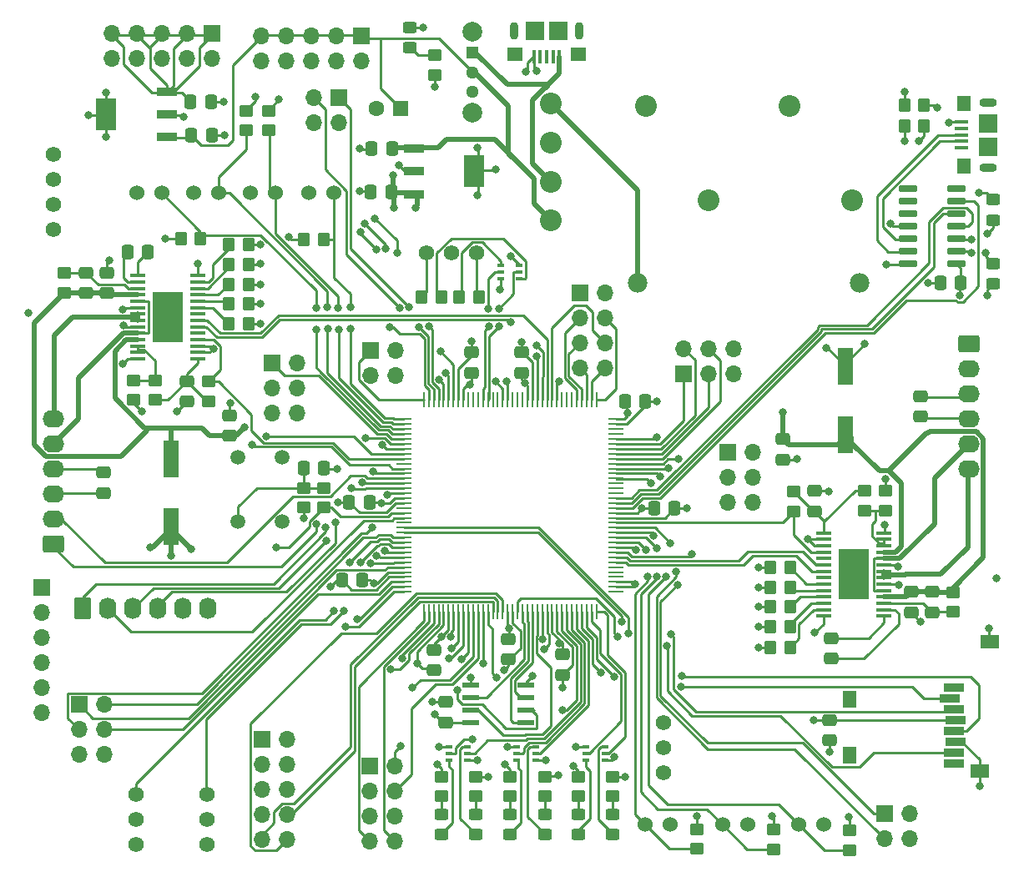
<source format=gbr>
%TF.GenerationSoftware,KiCad,Pcbnew,9.0.2*%
%TF.CreationDate,2025-06-03T12:39:49-07:00*%
%TF.ProjectId,MainBoard,4d61696e-426f-4617-9264-2e6b69636164,0.3*%
%TF.SameCoordinates,Original*%
%TF.FileFunction,Copper,L1,Top*%
%TF.FilePolarity,Positive*%
%FSLAX46Y46*%
G04 Gerber Fmt 4.6, Leading zero omitted, Abs format (unit mm)*
G04 Created by KiCad (PCBNEW 9.0.2) date 2025-06-03 12:39:49*
%MOMM*%
%LPD*%
G01*
G04 APERTURE LIST*
G04 Aperture macros list*
%AMRoundRect*
0 Rectangle with rounded corners*
0 $1 Rounding radius*
0 $2 $3 $4 $5 $6 $7 $8 $9 X,Y pos of 4 corners*
0 Add a 4 corners polygon primitive as box body*
4,1,4,$2,$3,$4,$5,$6,$7,$8,$9,$2,$3,0*
0 Add four circle primitives for the rounded corners*
1,1,$1+$1,$2,$3*
1,1,$1+$1,$4,$5*
1,1,$1+$1,$6,$7*
1,1,$1+$1,$8,$9*
0 Add four rect primitives between the rounded corners*
20,1,$1+$1,$2,$3,$4,$5,0*
20,1,$1+$1,$4,$5,$6,$7,0*
20,1,$1+$1,$6,$7,$8,$9,0*
20,1,$1+$1,$8,$9,$2,$3,0*%
G04 Aperture macros list end*
%TA.AperFunction,SMDPad,CuDef*%
%ADD10RoundRect,0.250000X0.450000X-0.325000X0.450000X0.325000X-0.450000X0.325000X-0.450000X-0.325000X0*%
%TD*%
%TA.AperFunction,ComponentPad*%
%ADD11C,1.524000*%
%TD*%
%TA.AperFunction,SMDPad,CuDef*%
%ADD12RoundRect,0.250000X-0.475000X0.337500X-0.475000X-0.337500X0.475000X-0.337500X0.475000X0.337500X0*%
%TD*%
%TA.AperFunction,SMDPad,CuDef*%
%ADD13RoundRect,0.250000X0.450000X-0.350000X0.450000X0.350000X-0.450000X0.350000X-0.450000X-0.350000X0*%
%TD*%
%TA.AperFunction,SMDPad,CuDef*%
%ADD14RoundRect,0.250000X0.337500X0.475000X-0.337500X0.475000X-0.337500X-0.475000X0.337500X-0.475000X0*%
%TD*%
%TA.AperFunction,SMDPad,CuDef*%
%ADD15RoundRect,0.250000X0.475000X-0.337500X0.475000X0.337500X-0.475000X0.337500X-0.475000X-0.337500X0*%
%TD*%
%TA.AperFunction,SMDPad,CuDef*%
%ADD16RoundRect,0.250000X-0.350000X-0.450000X0.350000X-0.450000X0.350000X0.450000X-0.350000X0.450000X0*%
%TD*%
%TA.AperFunction,ComponentPad*%
%ADD17RoundRect,0.250000X-0.845000X0.620000X-0.845000X-0.620000X0.845000X-0.620000X0.845000X0.620000X0*%
%TD*%
%TA.AperFunction,ComponentPad*%
%ADD18O,2.190000X1.740000*%
%TD*%
%TA.AperFunction,ComponentPad*%
%ADD19C,1.574800*%
%TD*%
%TA.AperFunction,ComponentPad*%
%ADD20RoundRect,0.250000X0.845000X-0.620000X0.845000X0.620000X-0.845000X0.620000X-0.845000X-0.620000X0*%
%TD*%
%TA.AperFunction,ComponentPad*%
%ADD21R,1.700000X1.700000*%
%TD*%
%TA.AperFunction,ComponentPad*%
%ADD22O,1.700000X1.700000*%
%TD*%
%TA.AperFunction,SMDPad,CuDef*%
%ADD23R,0.650000X0.400000*%
%TD*%
%TA.AperFunction,SMDPad,CuDef*%
%ADD24RoundRect,0.250000X-0.450000X0.350000X-0.450000X-0.350000X0.450000X-0.350000X0.450000X0.350000X0*%
%TD*%
%TA.AperFunction,SMDPad,CuDef*%
%ADD25RoundRect,0.250000X0.350000X0.450000X-0.350000X0.450000X-0.350000X-0.450000X0.350000X-0.450000X0*%
%TD*%
%TA.AperFunction,SMDPad,CuDef*%
%ADD26R,1.599999X0.449999*%
%TD*%
%TA.AperFunction,ComponentPad*%
%ADD27C,0.600000*%
%TD*%
%TA.AperFunction,SMDPad,CuDef*%
%ADD28R,3.099999X5.180000*%
%TD*%
%TA.AperFunction,SMDPad,CuDef*%
%ADD29RoundRect,0.090000X0.865000X0.210000X-0.865000X0.210000X-0.865000X-0.210000X0.865000X-0.210000X0*%
%TD*%
%TA.AperFunction,ComponentPad*%
%ADD30R,1.295400X1.295400*%
%TD*%
%TA.AperFunction,ComponentPad*%
%ADD31C,1.295400*%
%TD*%
%TA.AperFunction,ComponentPad*%
%ADD32C,2.000000*%
%TD*%
%TA.AperFunction,SMDPad,CuDef*%
%ADD33RoundRect,0.250000X-0.450000X0.325000X-0.450000X-0.325000X0.450000X-0.325000X0.450000X0.325000X0*%
%TD*%
%TA.AperFunction,ComponentPad*%
%ADD34RoundRect,0.250000X-0.620000X-0.845000X0.620000X-0.845000X0.620000X0.845000X-0.620000X0.845000X0*%
%TD*%
%TA.AperFunction,ComponentPad*%
%ADD35O,1.740000X2.190000*%
%TD*%
%TA.AperFunction,SMDPad,CuDef*%
%ADD36R,1.562100X0.279400*%
%TD*%
%TA.AperFunction,SMDPad,CuDef*%
%ADD37R,0.279400X1.562100*%
%TD*%
%TA.AperFunction,SMDPad,CuDef*%
%ADD38R,1.600200X3.810000*%
%TD*%
%TA.AperFunction,SMDPad,CuDef*%
%ADD39R,2.066000X0.901600*%
%TD*%
%TA.AperFunction,SMDPad,CuDef*%
%ADD40R,2.066000X3.201599*%
%TD*%
%TA.AperFunction,SMDPad,CuDef*%
%ADD41R,1.663700X0.533400*%
%TD*%
%TA.AperFunction,SMDPad,CuDef*%
%ADD42R,1.350000X0.400000*%
%TD*%
%TA.AperFunction,SMDPad,CuDef*%
%ADD43R,1.400000X1.600000*%
%TD*%
%TA.AperFunction,SMDPad,CuDef*%
%ADD44R,1.900000X1.900000*%
%TD*%
%TA.AperFunction,ComponentPad*%
%ADD45O,1.800000X0.900000*%
%TD*%
%TA.AperFunction,ComponentPad*%
%ADD46C,1.507998*%
%TD*%
%TA.AperFunction,ComponentPad*%
%ADD47C,2.209800*%
%TD*%
%TA.AperFunction,SMDPad,CuDef*%
%ADD48RoundRect,0.250000X-0.337500X-0.475000X0.337500X-0.475000X0.337500X0.475000X-0.337500X0.475000X0*%
%TD*%
%TA.AperFunction,ComponentPad*%
%ADD49R,1.600000X1.600000*%
%TD*%
%TA.AperFunction,ComponentPad*%
%ADD50C,1.600000*%
%TD*%
%TA.AperFunction,SMDPad,CuDef*%
%ADD51R,0.400000X1.350000*%
%TD*%
%TA.AperFunction,SMDPad,CuDef*%
%ADD52R,1.600000X1.400000*%
%TD*%
%TA.AperFunction,ComponentPad*%
%ADD53O,0.900000X1.800000*%
%TD*%
%TA.AperFunction,ComponentPad*%
%ADD54C,1.980000*%
%TD*%
%TA.AperFunction,SMDPad,CuDef*%
%ADD55R,1.397000X1.803400*%
%TD*%
%TA.AperFunction,SMDPad,CuDef*%
%ADD56R,1.905000X1.397000*%
%TD*%
%TA.AperFunction,SMDPad,CuDef*%
%ADD57R,2.006600X0.812800*%
%TD*%
%TA.AperFunction,ViaPad*%
%ADD58C,0.800000*%
%TD*%
%TA.AperFunction,Conductor*%
%ADD59C,0.250000*%
%TD*%
%TA.AperFunction,Conductor*%
%ADD60C,0.500000*%
%TD*%
G04 APERTURE END LIST*
D10*
%TO.P,D5,1,K*%
%TO.N,Net-(D5-K)*%
X215400000Y-165400000D03*
%TO.P,D5,2,A*%
%TO.N,Net-(D5-A)*%
X215400000Y-163350000D03*
%TD*%
D11*
%TO.P,SW8,1,A*%
%TO.N,+3.3V*%
X189060000Y-100300000D03*
%TO.P,SW8,2,B*%
%TO.N,/Bump2*%
X191600000Y-100300000D03*
%TD*%
D12*
%TO.P,C10,1*%
%TO.N,GND*%
X207700000Y-146662500D03*
%TO.P,C10,2*%
%TO.N,+3.3V*%
X207700000Y-148737500D03*
%TD*%
D13*
%TO.P,R29,1*%
%TO.N,Net-(R28-Pad2)*%
X253500000Y-132500000D03*
%TO.P,R29,2*%
%TO.N,GND*%
X253500000Y-130500000D03*
%TD*%
D14*
%TO.P,C13,1*%
%TO.N,+3.3V*%
X203337500Y-100200000D03*
%TO.P,C13,2*%
%TO.N,GND*%
X201262500Y-100200000D03*
%TD*%
%TO.P,C3,1*%
%TO.N,GND*%
X200400000Y-139550000D03*
%TO.P,C3,2*%
%TO.N,+3.3V*%
X198325000Y-139550000D03*
%TD*%
D12*
%TO.P,C36,1*%
%TO.N,GND*%
X208900000Y-151925000D03*
%TO.P,C36,2*%
%TO.N,+3.3V*%
X208900000Y-154000000D03*
%TD*%
%TO.P,C28,1*%
%TO.N,+3.3V*%
X257050000Y-120887500D03*
%TO.P,C28,2*%
%TO.N,GND*%
X257050000Y-122962500D03*
%TD*%
D15*
%TO.P,C7,1*%
%TO.N,GND*%
X216600000Y-118537500D03*
%TO.P,C7,2*%
%TO.N,+3.3V*%
X216600000Y-116462500D03*
%TD*%
D12*
%TO.P,C6,1*%
%TO.N,+3.3V*%
X211500000Y-116462500D03*
%TO.P,C6,2*%
%TO.N,GND*%
X211500000Y-118537500D03*
%TD*%
D16*
%TO.P,R33,1*%
%TO.N,+3.3V*%
X241800000Y-144300000D03*
%TO.P,R33,2*%
%TO.N,Net-(U13-I3)*%
X243800000Y-144300000D03*
%TD*%
D17*
%TO.P,U11,1,PhaseA*%
%TO.N,/IC1*%
X261925000Y-115570000D03*
D18*
%TO.P,U11,2,PhaseB*%
%TO.N,/IC2*%
X261925000Y-118110000D03*
%TO.P,U11,3,Vcc*%
%TO.N,+3.3V*%
X261925000Y-120650000D03*
%TO.P,U11,4,GND*%
%TO.N,GND*%
X261925000Y-123190000D03*
%TO.P,U11,5,M+*%
%TO.N,Net-(U11-M+)*%
X261925000Y-125730000D03*
%TO.P,U11,6,M-*%
%TO.N,Net-(U11-M-)*%
X261925000Y-128270000D03*
%TD*%
D19*
%TO.P,J15,1,Pin_1*%
%TO.N,+3.3V*%
X177450000Y-166350000D03*
%TO.P,J15,2,Pin_2*%
%TO.N,GND*%
X177450000Y-163810000D03*
%TO.P,J15,3,Pin_3*%
%TO.N,/Refl3*%
X177450000Y-161270000D03*
%TD*%
D20*
%TO.P,U12,1,PhaseA*%
%TO.N,/IC3*%
X169100000Y-135890000D03*
D18*
%TO.P,U12,2,PhaseB*%
%TO.N,/IC4*%
X169100000Y-133350000D03*
%TO.P,U12,3,Vcc*%
%TO.N,+3.3V*%
X169100000Y-130810000D03*
%TO.P,U12,4,GND*%
%TO.N,GND*%
X169100000Y-128270000D03*
%TO.P,U12,5,M+*%
%TO.N,Net-(U12-M+)*%
X169100000Y-125730000D03*
%TO.P,U12,6,M-*%
%TO.N,Net-(U12-M-)*%
X169100000Y-123190000D03*
%TD*%
D21*
%TO.P,J1,1,Pin_1*%
%TO.N,Net-(J1-Pin_1)*%
X167850000Y-140300000D03*
D22*
%TO.P,J1,2,Pin_2*%
%TO.N,+3.3V*%
X167850000Y-142840000D03*
%TO.P,J1,3,Pin_3*%
%TO.N,GND*%
X167850000Y-145380000D03*
%TO.P,J1,4,Pin_4*%
%TO.N,Net-(J1-Pin_4)*%
X167850000Y-147920000D03*
%TO.P,J1,5,Pin_5*%
%TO.N,Net-(J1-Pin_5)*%
X167850000Y-150460000D03*
%TO.P,J1,6,Pin_6*%
%TO.N,unconnected-(J1-Pin_6-Pad6)*%
X167850000Y-153000000D03*
%TD*%
D12*
%TO.P,C32,1*%
%TO.N,Vdrive*%
X243100000Y-125262500D03*
%TO.P,C32,2*%
%TO.N,GND*%
X243100000Y-127337500D03*
%TD*%
D21*
%TO.P,J18,1,Pin_1*%
%TO.N,/SDA2*%
X253360000Y-163300000D03*
D22*
%TO.P,J18,2,Pin_2*%
%TO.N,GND*%
X255900000Y-163300000D03*
%TO.P,J18,3,Pin_3*%
%TO.N,/SCL2*%
X253360000Y-165840000D03*
%TO.P,J18,4,Pin_4*%
%TO.N,GND*%
X255900000Y-165840000D03*
%TD*%
D23*
%TO.P,U6,1,S1*%
%TO.N,GND*%
X218000000Y-157800000D03*
%TO.P,U6,2,G1*%
%TO.N,/LED3*%
X218000000Y-157150000D03*
%TO.P,U6,3,D2*%
%TO.N,Net-(D4-K)*%
X218000000Y-156500000D03*
%TO.P,U6,4,S2*%
%TO.N,GND*%
X216100000Y-156500000D03*
%TO.P,U6,5,G2*%
%TO.N,/LED4*%
X216100000Y-157150000D03*
%TO.P,U6,6,D1*%
%TO.N,Net-(D5-K)*%
X216100000Y-157800000D03*
%TD*%
D13*
%TO.P,R12,1*%
%TO.N,/Switch2*%
X242100128Y-166875000D03*
%TO.P,R12,2*%
%TO.N,GND*%
X242100128Y-164875000D03*
%TD*%
D19*
%TO.P,J14,1,Pin_1*%
%TO.N,+3.3V*%
X184673800Y-166390000D03*
%TO.P,J14,2,Pin_2*%
%TO.N,GND*%
X184673800Y-163850000D03*
%TO.P,J14,3,Pin_3*%
%TO.N,/Refl2*%
X184673800Y-161310000D03*
%TD*%
%TO.P,D8,1,A1*%
%TO.N,Net-(D8-A1)*%
X211990000Y-106376200D03*
%TO.P,D8,2,K*%
%TO.N,GND*%
X209450000Y-106376200D03*
%TO.P,D8,3,A2*%
%TO.N,Net-(D8-A2)*%
X206910000Y-106376200D03*
%TD*%
D21*
%TO.P,J3,1,Pin_1*%
%TO.N,+5V*%
X200300000Y-84360000D03*
D22*
%TO.P,J3,2,Pin_2*%
%TO.N,GND*%
X200300000Y-86900000D03*
%TO.P,J3,3,Pin_3*%
%TO.N,+5V*%
X197760000Y-84360000D03*
%TO.P,J3,4,Pin_4*%
%TO.N,GND*%
X197760000Y-86900000D03*
%TO.P,J3,5,Pin_5*%
%TO.N,+5V*%
X195220000Y-84360000D03*
%TO.P,J3,6,Pin_6*%
%TO.N,GND*%
X195220000Y-86900000D03*
%TO.P,J3,7,Pin_7*%
%TO.N,+5V*%
X192680000Y-84360000D03*
%TO.P,J3,8,Pin_8*%
%TO.N,GND*%
X192680000Y-86900000D03*
%TO.P,J3,9,Pin_9*%
%TO.N,+5V*%
X190140000Y-84360000D03*
%TO.P,J3,10,Pin_10*%
%TO.N,GND*%
X190140000Y-86900000D03*
%TD*%
D12*
%TO.P,C31,1*%
%TO.N,Vdrive*%
X256131250Y-140762500D03*
%TO.P,C31,2*%
%TO.N,GND*%
X256131250Y-142837500D03*
%TD*%
D15*
%TO.P,C23,1*%
%TO.N,Vdrive*%
X174500000Y-110437500D03*
%TO.P,C23,2*%
%TO.N,GND*%
X174500000Y-108362500D03*
%TD*%
D24*
%TO.P,R28,1*%
%TO.N,Net-(U13-V3P3OUT)*%
X251400000Y-130500000D03*
%TO.P,R28,2*%
%TO.N,Net-(R28-Pad2)*%
X251400000Y-132500000D03*
%TD*%
D15*
%TO.P,C9,1*%
%TO.N,+3.3V*%
X215250000Y-147637500D03*
%TO.P,C9,2*%
%TO.N,GND*%
X215250000Y-145562500D03*
%TD*%
D25*
%TO.P,R40,1*%
%TO.N,/Bump4*%
X184000000Y-104900000D03*
%TO.P,R40,2*%
%TO.N,GND*%
X182000000Y-104900000D03*
%TD*%
D26*
%TO.P,U10,1,CP1*%
%TO.N,Net-(U10-CP1)*%
X177650001Y-108674999D03*
%TO.P,U10,2,CP2*%
%TO.N,Net-(U10-CP2)*%
X177650001Y-109325000D03*
%TO.P,U10,3,VCP*%
%TO.N,Net-(U10-VCP)*%
X177650001Y-109974999D03*
%TO.P,U10,4,VM*%
%TO.N,Vdrive*%
X177650001Y-110625000D03*
%TO.P,U10,5,OUT1*%
%TO.N,Net-(U12-M+)*%
X177650001Y-111274998D03*
%TO.P,U10,6,ISEN*%
%TO.N,/MotorCurrent1*%
X177650001Y-111925000D03*
%TO.P,U10,7,OUT2*%
%TO.N,Net-(U12-M-)*%
X177650001Y-112574998D03*
%TO.P,U10,8,OUT2*%
X177650001Y-113225000D03*
%TO.P,U10,9,ISEN*%
%TO.N,/MotorCurrent1*%
X177650001Y-113874998D03*
%TO.P,U10,10,OUT1*%
%TO.N,Net-(U12-M+)*%
X177650001Y-114525000D03*
%TO.P,U10,11,VM*%
%TO.N,Vdrive*%
X177650001Y-115174998D03*
%TO.P,U10,12,VREF*%
%TO.N,Net-(R18-Pad2)*%
X177650001Y-115824999D03*
%TO.P,U10,13,VREF*%
X177650001Y-116474998D03*
%TO.P,U10,14,GND*%
%TO.N,GND*%
X177650001Y-117124999D03*
%TO.P,U10,15,V3P3OUT*%
%TO.N,Net-(U10-V3P3OUT)*%
X183750002Y-117124999D03*
%TO.P,U10,16,RESET_N*%
%TO.N,+3.3V*%
X183750002Y-116474998D03*
%TO.P,U10,17,SLEEP_N*%
X183750002Y-115824999D03*
%TO.P,U10,18,FAULT_N*%
%TO.N,/Fault1*%
X183750002Y-115174998D03*
%TO.P,U10,19,DECAY*%
%TO.N,unconnected-(U10-DECAY-Pad19)*%
X183750002Y-114525000D03*
%TO.P,U10,20,IN2*%
%TO.N,/Dir2*%
X183750002Y-113874998D03*
%TO.P,U10,21,IN1*%
%TO.N,/OC2*%
X183750002Y-113225000D03*
%TO.P,U10,22,NC*%
%TO.N,unconnected-(U10-NC-Pad22)*%
X183750002Y-112574998D03*
%TO.P,U10,23,I0*%
%TO.N,Net-(U10-I0)*%
X183750002Y-111925000D03*
%TO.P,U10,24,I1*%
%TO.N,Net-(U10-I1)*%
X183750002Y-111274998D03*
%TO.P,U10,25,I2*%
%TO.N,Net-(U10-I2)*%
X183750002Y-110625000D03*
%TO.P,U10,26,I3*%
%TO.N,Net-(U10-I3)*%
X183750002Y-109974999D03*
%TO.P,U10,27,I4*%
%TO.N,Net-(U10-I4)*%
X183750002Y-109325000D03*
%TO.P,U10,28,GND*%
%TO.N,GND*%
X183750002Y-108674999D03*
D27*
%TO.P,U10,29,PAD*%
X179600000Y-111799999D03*
X179600000Y-112899999D03*
X179600000Y-113999999D03*
X179600000Y-115100000D03*
X179620000Y-110779999D03*
X180700000Y-110779999D03*
D28*
X180700000Y-112899999D03*
D27*
X180700000Y-115100000D03*
X180700003Y-111799999D03*
X180700003Y-112899999D03*
X180700003Y-113999999D03*
X181760000Y-110779999D03*
X181800000Y-111799999D03*
X181800000Y-112899999D03*
X181800000Y-113999999D03*
X181800000Y-115100000D03*
%TD*%
D24*
%TO.P,R5,1*%
%TO.N,+3.3V*%
X208400000Y-159500000D03*
%TO.P,R5,2*%
%TO.N,Net-(D3-A)*%
X208400000Y-161500000D03*
%TD*%
D21*
%TO.P,J21,1,Pin_1*%
%TO.N,/RH15*%
X233010000Y-118650000D03*
D22*
%TO.P,J21,2,Pin_2*%
%TO.N,/RH14*%
X233010000Y-116110000D03*
%TO.P,J21,3,Pin_3*%
%TO.N,/RH13*%
X235550000Y-118650000D03*
%TO.P,J21,4,Pin_4*%
%TO.N,/RH12*%
X235550000Y-116110000D03*
%TO.P,J21,5,Pin_5*%
%TO.N,GND*%
X238090000Y-118650000D03*
%TO.P,J21,6,Pin_6*%
X238090000Y-116110000D03*
%TD*%
D10*
%TO.P,D2,1,K*%
%TO.N,Net-(D2-K)*%
X211900000Y-165400000D03*
%TO.P,D2,2,A*%
%TO.N,Net-(D2-A)*%
X211900000Y-163350000D03*
%TD*%
D29*
%TO.P,U9,1,VDD*%
%TO.N,+3.3V*%
X260700000Y-107470000D03*
%TO.P,U9,2,GP0*%
%TO.N,Net-(D10-K)*%
X260700000Y-106200000D03*
%TO.P,U9,3,GP1*%
%TO.N,Net-(D9-K)*%
X260700000Y-104930000D03*
%TO.P,U9,4,~{RST}*%
%TO.N,/USB_RST*%
X260700000Y-103660000D03*
%TO.P,U9,5,URX*%
%TO.N,/U1TX*%
X260700000Y-102390000D03*
%TO.P,U9,6,UTX*%
%TO.N,/U1RX*%
X260700000Y-101120000D03*
%TO.P,U9,7,GP2*%
%TO.N,unconnected-(U9-GP2-Pad7)*%
X260700000Y-99850000D03*
%TO.P,U9,8,GP3*%
%TO.N,unconnected-(U9-GP3-Pad8)*%
X255780000Y-99850000D03*
%TO.P,U9,9,SDA*%
%TO.N,unconnected-(U9-SDA-Pad9)*%
X255780000Y-101120000D03*
%TO.P,U9,10,SCL*%
%TO.N,unconnected-(U9-SCL-Pad10)*%
X255780000Y-102390000D03*
%TO.P,U9,11,VUSB*%
%TO.N,+3.3V*%
X255780000Y-103660000D03*
%TO.P,U9,12,D-*%
%TO.N,Net-(J9-D-)*%
X255780000Y-104930000D03*
%TO.P,U9,13,D+*%
%TO.N,Net-(J9-D+)*%
X255780000Y-106200000D03*
%TO.P,U9,14,VSS*%
%TO.N,GND*%
X255780000Y-107470000D03*
%TD*%
D15*
%TO.P,C8,1*%
%TO.N,+3.3V*%
X220700000Y-149168750D03*
%TO.P,C8,2*%
%TO.N,GND*%
X220700000Y-147093750D03*
%TD*%
D24*
%TO.P,R35,1*%
%TO.N,Vdrive*%
X260331250Y-140800000D03*
%TO.P,R35,2*%
%TO.N,Net-(U13-VCP)*%
X260331250Y-142800000D03*
%TD*%
D25*
%TO.P,R22,1*%
%TO.N,+3.3V*%
X188850000Y-109550000D03*
%TO.P,R22,2*%
%TO.N,Net-(U10-I2)*%
X186850000Y-109550000D03*
%TD*%
D21*
%TO.P,J19,1,Pin_1*%
%TO.N,/SCK4*%
X237510000Y-126560000D03*
D22*
%TO.P,J19,2,Pin_2*%
%TO.N,/SDI4*%
X240050000Y-126560000D03*
%TO.P,J19,3,Pin_3*%
%TO.N,/SS4\u002A*%
X237510000Y-129100000D03*
%TO.P,J19,4,Pin_4*%
%TO.N,/SDO4*%
X240050000Y-129100000D03*
%TO.P,J19,5,Pin_5*%
%TO.N,GND*%
X237510000Y-131640000D03*
%TO.P,J19,6,Pin_6*%
X240050000Y-131640000D03*
%TD*%
D30*
%TO.P,SW2,1,A*%
%TO.N,Net-(J4-VBUS)*%
X211550000Y-86049999D03*
D31*
%TO.P,SW2,2,B*%
%TO.N,+5V*%
X211550000Y-88050000D03*
%TO.P,SW2,3,C*%
%TO.N,unconnected-(SW2-C-Pad3)*%
X211550000Y-90050001D03*
D32*
%TO.P,SW2,4*%
%TO.N,N/C*%
X211550000Y-83949999D03*
%TO.P,SW2,5*%
X211550000Y-92150000D03*
%TD*%
D10*
%TO.P,D3,1,K*%
%TO.N,Net-(D3-K)*%
X208400000Y-165400000D03*
%TO.P,D3,2,A*%
%TO.N,Net-(D3-A)*%
X208400000Y-163350000D03*
%TD*%
D24*
%TO.P,R6,1*%
%TO.N,+3.3V*%
X218900000Y-159500000D03*
%TO.P,R6,2*%
%TO.N,Net-(D4-A)*%
X218900000Y-161500000D03*
%TD*%
D26*
%TO.P,U13,1,CP1*%
%TO.N,Net-(U13-CP1)*%
X253349999Y-143224999D03*
%TO.P,U13,2,CP2*%
%TO.N,Net-(U13-CP2)*%
X253349999Y-142574998D03*
%TO.P,U13,3,VCP*%
%TO.N,Net-(U13-VCP)*%
X253349999Y-141924999D03*
%TO.P,U13,4,VM*%
%TO.N,Vdrive*%
X253349999Y-141274998D03*
%TO.P,U13,5,OUT1*%
%TO.N,Net-(U11-M+)*%
X253349999Y-140625000D03*
%TO.P,U13,6,ISEN*%
%TO.N,/MotorCurrent2*%
X253349999Y-139974998D03*
%TO.P,U13,7,OUT2*%
%TO.N,Net-(U11-M-)*%
X253349999Y-139325000D03*
%TO.P,U13,8,OUT2*%
X253349999Y-138674998D03*
%TO.P,U13,9,ISEN*%
%TO.N,/MotorCurrent2*%
X253349999Y-138025000D03*
%TO.P,U13,10,OUT1*%
%TO.N,Net-(U11-M+)*%
X253349999Y-137374998D03*
%TO.P,U13,11,VM*%
%TO.N,Vdrive*%
X253349999Y-136725000D03*
%TO.P,U13,12,VREF*%
%TO.N,Net-(R28-Pad2)*%
X253349999Y-136074999D03*
%TO.P,U13,13,VREF*%
X253349999Y-135425000D03*
%TO.P,U13,14,GND*%
%TO.N,GND*%
X253349999Y-134774999D03*
%TO.P,U13,15,V3P3OUT*%
%TO.N,Net-(U13-V3P3OUT)*%
X247249998Y-134774999D03*
%TO.P,U13,16,RESET_N*%
%TO.N,+3.3V*%
X247249998Y-135425000D03*
%TO.P,U13,17,SLEEP_N*%
X247249998Y-136074999D03*
%TO.P,U13,18,FAULT_N*%
%TO.N,/Fault2*%
X247249998Y-136725000D03*
%TO.P,U13,19,DECAY*%
%TO.N,unconnected-(U13-DECAY-Pad19)*%
X247249998Y-137374998D03*
%TO.P,U13,20,IN2*%
%TO.N,/Dir1*%
X247249998Y-138025000D03*
%TO.P,U13,21,IN1*%
%TO.N,/OC1*%
X247249998Y-138674998D03*
%TO.P,U13,22,NC*%
%TO.N,unconnected-(U13-NC-Pad22)*%
X247249998Y-139325000D03*
%TO.P,U13,23,I0*%
%TO.N,Net-(U13-I0)*%
X247249998Y-139974998D03*
%TO.P,U13,24,I1*%
%TO.N,Net-(U13-I1)*%
X247249998Y-140625000D03*
%TO.P,U13,25,I2*%
%TO.N,Net-(U13-I2)*%
X247249998Y-141274998D03*
%TO.P,U13,26,I3*%
%TO.N,Net-(U13-I3)*%
X247249998Y-141924999D03*
%TO.P,U13,27,I4*%
%TO.N,Net-(U13-I4)*%
X247249998Y-142574998D03*
%TO.P,U13,28,GND*%
%TO.N,GND*%
X247249998Y-143224999D03*
D27*
%TO.P,U13,29,PAD*%
X251400000Y-140099999D03*
X251400000Y-138999999D03*
X251400000Y-137899999D03*
X251400000Y-136799998D03*
X251380000Y-141119999D03*
X250300000Y-141119999D03*
D28*
X250300000Y-138999999D03*
D27*
X250300000Y-136799998D03*
X250299997Y-140099999D03*
X250299997Y-138999999D03*
X250299997Y-137899999D03*
X249240000Y-141119999D03*
X249200000Y-140099999D03*
X249200000Y-138999999D03*
X249200000Y-137899999D03*
X249200000Y-136799998D03*
%TD*%
D33*
%TO.P,D1,1,K*%
%TO.N,GND*%
X205200000Y-83475000D03*
%TO.P,D1,2,A*%
%TO.N,Net-(D1-A)*%
X205200000Y-85525000D03*
%TD*%
D12*
%TO.P,C29,1*%
%TO.N,Net-(U13-CP1)*%
X248000000Y-145462500D03*
%TO.P,C29,2*%
%TO.N,Net-(U13-CP2)*%
X248000000Y-147537500D03*
%TD*%
D23*
%TO.P,U7,1,S1*%
%TO.N,GND*%
X225000000Y-157800000D03*
%TO.P,U7,2,G1*%
%TO.N,/LED5*%
X225000000Y-157150000D03*
%TO.P,U7,3,D2*%
%TO.N,Net-(D6-K)*%
X225000000Y-156500000D03*
%TO.P,U7,4,S2*%
%TO.N,GND*%
X223100000Y-156500000D03*
%TO.P,U7,5,G2*%
%TO.N,/LED6*%
X223100000Y-157150000D03*
%TO.P,U7,6,D1*%
%TO.N,Net-(D7-K)*%
X223100000Y-157800000D03*
%TD*%
D16*
%TO.P,R30,1*%
%TO.N,+3.3V*%
X241800000Y-138300000D03*
%TO.P,R30,2*%
%TO.N,Net-(U13-I0)*%
X243800000Y-138300000D03*
%TD*%
D24*
%TO.P,R1,1*%
%TO.N,Net-(C1-Pad1)*%
X194500000Y-130200000D03*
%TO.P,R1,2*%
%TO.N,+3.3V*%
X194500000Y-132200000D03*
%TD*%
D13*
%TO.P,R25,1*%
%TO.N,Vdrive*%
X170200000Y-110400000D03*
%TO.P,R25,2*%
%TO.N,Net-(U10-VCP)*%
X170200000Y-108400000D03*
%TD*%
D34*
%TO.P,J20,1,Pin_1*%
%TO.N,/SCK2*%
X172055000Y-142450000D03*
D35*
%TO.P,J20,2,Pin_2*%
%TO.N,/SS2\u002A*%
X174595000Y-142450000D03*
%TO.P,J20,3,Pin_3*%
%TO.N,/SDO2*%
X177135000Y-142450000D03*
%TO.P,J20,4,Pin_4*%
%TO.N,/SDI2*%
X179675000Y-142450000D03*
%TO.P,J20,5,Pin_5*%
%TO.N,GND*%
X182215000Y-142450000D03*
%TO.P,J20,6,Pin_6*%
X184755000Y-142450000D03*
%TD*%
D21*
%TO.P,J8,1,Pin_1*%
%TO.N,/SCK3*%
X201160000Y-158430000D03*
D22*
%TO.P,J8,2,Pin_2*%
%TO.N,/SDO3*%
X203700000Y-158430000D03*
%TO.P,J8,3,Pin_3*%
%TO.N,/SS3\u002A*%
X201160000Y-160970000D03*
%TO.P,J8,4,Pin_4*%
%TO.N,/SDI3*%
X203700000Y-160970000D03*
%TO.P,J8,5,Pin_5*%
%TO.N,GND*%
X201160000Y-163510000D03*
%TO.P,J8,6,Pin_6*%
X203700000Y-163510000D03*
%TO.P,J8,7,Pin_7*%
%TO.N,/U4RX*%
X201160000Y-166050000D03*
%TO.P,J8,8,Pin_8*%
%TO.N,/U4TX*%
X203700000Y-166050000D03*
%TD*%
D21*
%TO.P,J2,1,Pin_1*%
%TO.N,Net-(J2-Pin_1)*%
X185140000Y-84060000D03*
D22*
%TO.P,J2,2,Pin_2*%
%TO.N,GND*%
X185140000Y-86600000D03*
%TO.P,J2,3,Pin_3*%
%TO.N,Net-(J2-Pin_1)*%
X182600000Y-84060000D03*
%TO.P,J2,4,Pin_4*%
%TO.N,GND*%
X182600000Y-86600000D03*
%TO.P,J2,5,Pin_5*%
%TO.N,Net-(J2-Pin_1)*%
X180060000Y-84060000D03*
%TO.P,J2,6,Pin_6*%
%TO.N,GND*%
X180060000Y-86600000D03*
%TO.P,J2,7,Pin_7*%
%TO.N,Net-(J2-Pin_1)*%
X177520000Y-84060000D03*
%TO.P,J2,8,Pin_8*%
%TO.N,GND*%
X177520000Y-86600000D03*
%TO.P,J2,9,Pin_9*%
%TO.N,Net-(J2-Pin_1)*%
X174980000Y-84060000D03*
%TO.P,J2,10,Pin_10*%
%TO.N,GND*%
X174980000Y-86600000D03*
%TD*%
D16*
%TO.P,R32,1*%
%TO.N,+3.3V*%
X241800000Y-142300000D03*
%TO.P,R32,2*%
%TO.N,Net-(U13-I2)*%
X243800000Y-142300000D03*
%TD*%
%TO.P,R16,1*%
%TO.N,+3.3V*%
X255400000Y-93500000D03*
%TO.P,R16,2*%
%TO.N,Net-(D10-A)*%
X257400000Y-93500000D03*
%TD*%
D24*
%TO.P,R7,1*%
%TO.N,+3.3V*%
X215400000Y-159500000D03*
%TO.P,R7,2*%
%TO.N,Net-(D5-A)*%
X215400000Y-161500000D03*
%TD*%
D21*
%TO.P,J23,1,Pin_1*%
%TO.N,/U5TX*%
X171660000Y-152150000D03*
D22*
%TO.P,J23,2,Pin_2*%
%TO.N,/U5RX*%
X174200000Y-152150000D03*
%TO.P,J23,3,Pin_3*%
%TO.N,/U6TX*%
X171660000Y-154690000D03*
%TO.P,J23,4,Pin_4*%
%TO.N,/U6RX*%
X174200000Y-154690000D03*
%TO.P,J23,5,Pin_5*%
%TO.N,GND*%
X171660000Y-157230000D03*
%TO.P,J23,6,Pin_6*%
X174200000Y-157230000D03*
%TD*%
D33*
%TO.P,D10,1,K*%
%TO.N,Net-(D10-K)*%
X264400000Y-107475000D03*
%TO.P,D10,2,A*%
%TO.N,Net-(D10-A)*%
X264400000Y-109525000D03*
%TD*%
D11*
%TO.P,SW6,1,1*%
%TO.N,+3.3V*%
X231610128Y-164351200D03*
%TO.P,SW6,2,2*%
%TO.N,/Switch1*%
X229070128Y-164351200D03*
%TD*%
D36*
%TO.P,U1,1,AN23/RG15*%
%TO.N,/Bump1*%
X204624050Y-123250000D03*
%TO.P,U1,2,EBIA5/AN34/PMA5/RA5*%
%TO.N,/Bump2*%
X204624050Y-123749999D03*
%TO.P,U1,3,EBID5/AN17/RPE5/PMD5/RE5*%
%TO.N,/Bump3*%
X204624050Y-124250000D03*
%TO.P,U1,4,EBID6/AN16/PMD6/RE6*%
%TO.N,/Bump4*%
X204624050Y-124749999D03*
%TO.P,U1,5,EBID7/AN15/PMD7/RE7*%
%TO.N,/RE7*%
X204624050Y-125250001D03*
%TO.P,U1,6,EBIA6/AN22/RPC1/PMA6/RC1*%
%TO.N,/IC3*%
X204624050Y-125750000D03*
%TO.P,U1,7,AN35/ETXD0/RJ8*%
%TO.N,/RJ8*%
X204624050Y-126249999D03*
%TO.P,U1,8,AN36/ETXD1/RJ9*%
%TO.N,/MotorCurrent1*%
X204624050Y-126750000D03*
%TO.P,U1,9,EBIBS0/RJ12*%
%TO.N,/Fault1*%
X204624050Y-127249999D03*
%TO.P,U1,10,EBIBS1/RJ10*%
%TO.N,unconnected-(U1A-EBIBS1{slash}RJ10-Pad10)*%
X204624050Y-127750001D03*
%TO.P,U1,11,EBIA12/AN21/RPC2/PMA12/RC2*%
%TO.N,/U2TX*%
X204624050Y-128250000D03*
%TO.P,U1,12,EBIWE/AN20/RPC3/PMWR/RC3*%
%TO.N,/U6TX*%
X204624050Y-128749999D03*
%TO.P,U1,13,EBIOE/AN19/RPC4/PMRD/RC4*%
%TO.N,/IC4*%
X204624050Y-129250000D03*
%TO.P,U1,14,AN14/C1IND/RPG6/SCK2/RG6*%
%TO.N,/SCK2*%
X204624050Y-129749999D03*
%TO.P,U1,15,AN13/C1INC/RPG7/SDA4/RG7*%
%TO.N,/SDI2*%
X204624050Y-130250001D03*
%TO.P,U1,16,AN12/C2IND/RPG8/SCL4/RG8*%
%TO.N,/SDO2*%
X204624050Y-130750000D03*
%TO.P,U1,17,VSS*%
%TO.N,GND*%
X204624050Y-131249999D03*
%TO.P,U1,18,VDD*%
%TO.N,+3.3V*%
X204624050Y-131750000D03*
%TO.P,U1,19,EBIA16/RK0*%
%TO.N,unconnected-(U1A-EBIA16{slash}RK0-Pad19)*%
X204624050Y-132250000D03*
%TO.P,U1,20,MCLR*%
%TO.N,Net-(J1-Pin_1)*%
X204624050Y-132749998D03*
%TO.P,U1,21,EBIA2/AN11/C2INC/RPG9/PMA2/RG9*%
%TO.N,/SS2\u002A*%
X204624050Y-133250000D03*
%TO.P,U1,22,TMS/AN24/RA0*%
%TO.N,unconnected-(U1A-TMS{slash}AN24{slash}RA0-Pad22)*%
X204624050Y-133749999D03*
%TO.P,U1,23,AN25/RPE8/RE8*%
%TO.N,/SDI6*%
X204624050Y-134250001D03*
%TO.P,U1,24,AN26/RPE9/RE9*%
%TO.N,/SDO6*%
X204624050Y-134750000D03*
%TO.P,U1,25,AN45/C1INA/RPB5/RB5*%
%TO.N,/U5RX*%
X204624050Y-135249999D03*
%TO.P,U1,26,AN4/C1INB/RB4*%
%TO.N,/Refl3*%
X204624050Y-135750000D03*
%TO.P,U1,27,AN37/ERXCLK/EREFCLK/RJ11*%
%TO.N,/Refl2*%
X204624050Y-136249999D03*
%TO.P,U1,28,EBIA13/PMA13/RJ13*%
%TO.N,/RJ13*%
X204624050Y-136750001D03*
%TO.P,U1,29,EBIA11/PMA11/RJ14*%
%TO.N,/RJ14*%
X204624050Y-137250000D03*
%TO.P,U1,30,EBIA0/PMA0/RJ15*%
%TO.N,/RJ15*%
X204624050Y-137749999D03*
%TO.P,U1,31,AN3/C2INA/RPB3/RB3*%
%TO.N,/U5TX*%
X204624050Y-138250000D03*
%TO.P,U1,32,VSS*%
%TO.N,GND*%
X204624050Y-138749999D03*
%TO.P,U1,33,VDD*%
%TO.N,+3.3V*%
X204624050Y-139250001D03*
%TO.P,U1,34,AN2/C2INB/RPB2/RB2*%
%TO.N,/U6RX*%
X204624050Y-139750000D03*
%TO.P,U1,35,PGEC1/AN1/RPB1/RB1*%
%TO.N,Net-(J1-Pin_5)*%
X204624050Y-140249999D03*
%TO.P,U1,36,PGED1/AN0/RPB0/RB0*%
%TO.N,Net-(J1-Pin_4)*%
X204624050Y-140750000D03*
D37*
%TO.P,U1,37,PGEC2/AN46/RPB6/RB6*%
%TO.N,/U4RX*%
X206650000Y-142775950D03*
%TO.P,U1,38,PGED2/AN47/RPB7/RB7*%
%TO.N,/U4TX*%
X207149999Y-142775950D03*
%TO.P,U1,39,VREF-/CVREF-/AN27/RA9*%
%TO.N,/RA9*%
X207650000Y-142775950D03*
%TO.P,U1,40,VREF+/CVREF+/AN28/RA10*%
%TO.N,/RA10*%
X208149999Y-142775950D03*
%TO.P,U1,41,AVDD*%
%TO.N,+3.3V*%
X208650001Y-142775950D03*
%TO.P,U1,42,AVSS*%
%TO.N,GND*%
X209150000Y-142775950D03*
%TO.P,U1,43,AN38/ETXD2/RH0*%
%TO.N,/RH0*%
X209649999Y-142775950D03*
%TO.P,U1,44,AN39/ETXD3/RH1*%
%TO.N,/RH1*%
X210150000Y-142775950D03*
%TO.P,U1,45,EBIRP/RH2*%
%TO.N,/RH2*%
X210649999Y-142775950D03*
%TO.P,U1,46,RH3*%
%TO.N,/RH3*%
X211150001Y-142775950D03*
%TO.P,U1,47,EBIA10/AN48/RPB8/PMA10/RB8*%
%TO.N,/RB8*%
X211650000Y-142775950D03*
%TO.P,U1,48,EBIA7/AN49/RPB9/PMA7/RB9*%
%TO.N,/SDI3*%
X212149999Y-142775950D03*
%TO.P,U1,49,CVREFOUT/AN5/RPB10/RB10*%
%TO.N,/SDO3*%
X212650000Y-142775950D03*
%TO.P,U1,50,AN6/RB11*%
%TO.N,/Refl1*%
X213149999Y-142775950D03*
%TO.P,U1,51,EBIA1/PMA1/RK1*%
%TO.N,/RK1*%
X213650001Y-142775950D03*
%TO.P,U1,52,EBIA3/PMA3/RK2*%
%TO.N,/RK2*%
X214150000Y-142775950D03*
%TO.P,U1,53,EBIA17/RK3*%
%TO.N,/RK3*%
X214649999Y-142775950D03*
%TO.P,U1,54,VSS*%
%TO.N,GND*%
X215150000Y-142775950D03*
%TO.P,U1,55,VDD*%
%TO.N,+3.3V*%
X215650000Y-142775950D03*
%TO.P,U1,56,TCK/AN29/RA1*%
%TO.N,/MotorCurrent2*%
X216150001Y-142775950D03*
%TO.P,U1,57,TDI/AN30/RPF13/SCK5/RF13*%
%TO.N,/SCK5*%
X216650000Y-142775950D03*
%TO.P,U1,58,TDO/AN31/RPF12/RF12*%
%TO.N,/SS5\u002A*%
X217149999Y-142775950D03*
%TO.P,U1,59,AN7/RB12*%
%TO.N,/Write Protect\u002A*%
X217650001Y-142775950D03*
%TO.P,U1,60,AN8/RB13*%
%TO.N,/Hold\u002A*%
X218150000Y-142775950D03*
%TO.P,U1,61,AN9/RPB14/SCK3/RB14*%
%TO.N,/SCK3*%
X218650001Y-142775950D03*
%TO.P,U1,62,AN10/RPB15/OCFB/RB15*%
%TO.N,/SS3\u002A*%
X219150000Y-142775950D03*
%TO.P,U1,63,VSS*%
%TO.N,GND*%
X219649999Y-142775950D03*
%TO.P,U1,64,VDD*%
%TO.N,+3.3V*%
X220150001Y-142775950D03*
%TO.P,U1,65,AN40/ERXERR/RH4*%
%TO.N,/LED2*%
X220650000Y-142775950D03*
%TO.P,U1,66,AN41/ERXD1/RH5*%
%TO.N,/LED1*%
X221150001Y-142775950D03*
%TO.P,U1,67,AN42/ERXD2/RH6*%
%TO.N,/LED4*%
X221650000Y-142775950D03*
%TO.P,U1,68,EBIA4/PMA4/RH7*%
%TO.N,/LED3*%
X222149999Y-142775950D03*
%TO.P,U1,69,AN32/RPD14/RD14*%
%TO.N,/SS6\u002A*%
X222650001Y-142775950D03*
%TO.P,U1,70,AN33/RPD15/SCK6/RD15*%
%TO.N,/SCK6*%
X223150000Y-142775950D03*
%TO.P,U1,71,OSC1/CLKI/RC12*%
%TO.N,/LED6*%
X223650001Y-142775950D03*
%TO.P,U1,72,OSC2/CLKO/RC15*%
%TO.N,/LED5*%
X224150000Y-142775950D03*
D36*
%TO.P,U1,73,VBUS*%
%TO.N,unconnected-(U1B-VBUS-Pad73)*%
X226175950Y-140750000D03*
%TO.P,U1,74,VUSB3V3*%
%TO.N,GND*%
X226175950Y-140250001D03*
%TO.P,U1,75,VSS*%
X226175950Y-139750000D03*
%TO.P,U1,76,D-*%
%TO.N,unconnected-(U1B-D--Pad76)*%
X226175950Y-139250001D03*
%TO.P,U1,77,D+*%
%TO.N,unconnected-(U1B-D+-Pad77)*%
X226175950Y-138749999D03*
%TO.P,U1,78,RPF3/USBID/RF3*%
%TO.N,unconnected-(U1B-RPF3{slash}USBID{slash}RF3-Pad78)*%
X226175950Y-138250000D03*
%TO.P,U1,79,SDA3/RPF2/RF2*%
%TO.N,/OC1*%
X226175950Y-137750001D03*
%TO.P,U1,80,SCL3/RPF8/RF8*%
%TO.N,/Dir1*%
X226175950Y-137250000D03*
%TO.P,U1,81,ERXD0/RH8*%
%TO.N,/IC2*%
X226175950Y-136750001D03*
%TO.P,U1,82,ERXD3/RH9*%
%TO.N,/Switch1*%
X226175950Y-136249999D03*
%TO.P,U1,83,ECOL/RH10*%
%TO.N,/Switch2*%
X226175950Y-135750000D03*
%TO.P,U1,84,EBIRDY2/RH11*%
%TO.N,/Switch3*%
X226175950Y-135250001D03*
%TO.P,U1,85,SCL2/RA2*%
%TO.N,/SCL2*%
X226175950Y-134750000D03*
%TO.P,U1,86,EBIRDY1/SDA2/RA3*%
%TO.N,/SDA2*%
X226175950Y-134250001D03*
%TO.P,U1,87,EBIA14/PMCS1/PMA14/RA4*%
%TO.N,/Fault2*%
X226175950Y-133749999D03*
%TO.P,U1,88,VDD*%
%TO.N,+3.3V*%
X226175950Y-133250000D03*
%TO.P,U1,89,VSS*%
%TO.N,GND*%
X226175950Y-132750001D03*
%TO.P,U1,90,EBIA9/RPF4/SDA5/PMA9/RF4*%
%TO.N,/U1RX*%
X226175950Y-132250000D03*
%TO.P,U1,91,EBIA8/RPF5/SCL5/PMA8/RF5*%
%TO.N,/U1TX*%
X226175950Y-131750000D03*
%TO.P,U1,92,EBIA18/RK4*%
%TO.N,/USB_RST*%
X226175950Y-131249999D03*
%TO.P,U1,93,EBIA19/RK5*%
%TO.N,unconnected-(U1B-EBIA19{slash}RK5-Pad93)*%
X226175950Y-130750000D03*
%TO.P,U1,94,EBIA20/RK6*%
%TO.N,unconnected-(U1B-EBIA20{slash}RK6-Pad94)*%
X226175950Y-130250001D03*
%TO.P,U1,95,RPA14/SCL1/RA14*%
%TO.N,unconnected-(U1B-RPA14{slash}SCL1{slash}RA14-Pad95)*%
X226175950Y-129749999D03*
%TO.P,U1,96,RPA15/SDA1/RA15*%
%TO.N,/SDO4*%
X226175950Y-129250000D03*
%TO.P,U1,97,EBIA15/RPD9/PMCS2/PMA15/RD9*%
%TO.N,/SS4\u002A*%
X226175950Y-128749999D03*
%TO.P,U1,98,RPD10/SCK4/RD10*%
%TO.N,/SCK4*%
X226175950Y-128250000D03*
%TO.P,U1,99,EMDC/RPD11/RD11*%
%TO.N,/SDI4*%
X226175950Y-127750001D03*
%TO.P,U1,100,ECRS/RH12*%
%TO.N,/RH12*%
X226175950Y-127249999D03*
%TO.P,U1,101,ERXDV/ECRSDV/RH13*%
%TO.N,/RH13*%
X226175950Y-126750000D03*
%TO.P,U1,102,RH14*%
%TO.N,/RH14*%
X226175950Y-126249999D03*
%TO.P,U1,103,EBIA23/RH15*%
%TO.N,/RH15*%
X226175950Y-125750000D03*
%TO.P,U1,104,RPD0/RTCC/INT0/RD0*%
%TO.N,/IC1*%
X226175950Y-125250001D03*
%TO.P,U1,105,SOSCI/RPC13/RC13*%
%TO.N,unconnected-(U1B-SOSCI{slash}RPC13{slash}RC13-Pad105)*%
X226175950Y-124749999D03*
%TO.P,U1,106,SOSCO/RPC14/T1CK/RC14*%
%TO.N,unconnected-(U1B-SOSCO{slash}RPC14{slash}T1CK{slash}RC14-Pad106)*%
X226175950Y-124250000D03*
%TO.P,U1,107,VDD*%
%TO.N,+3.3V*%
X226175950Y-123749999D03*
%TO.P,U1,108,VSS*%
%TO.N,GND*%
X226175950Y-123250000D03*
D37*
%TO.P,U1,109,RPD1/SCK1/RD1*%
%TO.N,/SCK1*%
X224150000Y-121224050D03*
%TO.P,U1,110,EBID14/RPD2/PMD14/RD2*%
%TO.N,/SDI1*%
X223650001Y-121224050D03*
%TO.P,U1,111,EBID15/RPD3/PMD15/RD3*%
%TO.N,/SDO1*%
X223150000Y-121224050D03*
%TO.P,U1,112,EBID12/RPD12/PMD12/RD12*%
%TO.N,/IMU_INT1*%
X222650001Y-121224050D03*
%TO.P,U1,113,EBID13/PMD13/RD13*%
%TO.N,/IMU_INT2*%
X222149999Y-121224050D03*
%TO.P,U1,114,ETXERR/RJ0*%
%TO.N,unconnected-(U1B-ETXERR{slash}RJ0-Pad114)*%
X221650000Y-121224050D03*
%TO.P,U1,115,EMDIO/RJ1*%
%TO.N,unconnected-(U1B-EMDIO{slash}RJ1-Pad115)*%
X221150001Y-121224050D03*
%TO.P,U1,116,EBIRDY3/RJ2*%
%TO.N,unconnected-(U1B-EBIRDY3{slash}RJ2-Pad116)*%
X220650000Y-121224050D03*
%TO.P,U1,117,EBIA22/RJ3*%
%TO.N,/Dir2*%
X220150001Y-121224050D03*
%TO.P,U1,118,SQICS0/RPD4/RD4*%
%TO.N,/SS1\u002A*%
X219649999Y-121224050D03*
%TO.P,U1,119,SQICS1/RPD5/RD5*%
%TO.N,/OC2*%
X219150000Y-121224050D03*
%TO.P,U1,120,ETXEN/RPD6/RD6*%
%TO.N,/U3TX*%
X218650001Y-121224050D03*
%TO.P,U1,121,ETXCLK/RPD7/RD7*%
%TO.N,/U3RX*%
X218150000Y-121224050D03*
%TO.P,U1,122,VDD*%
%TO.N,+3.3V*%
X217650001Y-121224050D03*
%TO.P,U1,123,VSS*%
%TO.N,GND*%
X217149999Y-121224050D03*
%TO.P,U1,124,EBID11/RPF0/PMD11/RF0*%
%TO.N,unconnected-(U1B-EBID11{slash}RPF0{slash}PMD11{slash}RF0-Pad124)*%
X216650000Y-121224050D03*
%TO.P,U1,125,EBID10/RPF1/PMD10/RF1*%
%TO.N,unconnected-(U1B-EBID10{slash}RPF1{slash}PMD10{slash}RF1-Pad125)*%
X216150001Y-121224050D03*
%TO.P,U1,126,EBIA21/RK7*%
%TO.N,unconnected-(U1B-EBIA21{slash}RK7-Pad126)*%
X215650000Y-121224050D03*
%TO.P,U1,127,EBID9/RPG1/PMD9/RG1*%
%TO.N,/SDI5*%
X215150000Y-121224050D03*
%TO.P,U1,128,EBID8/RPG0/PMD8/RG0*%
%TO.N,/SDO5*%
X214649999Y-121224050D03*
%TO.P,U1,129,TRCLK/SQICLK/RA6*%
%TO.N,unconnected-(U1B-TRCLK{slash}SQICLK{slash}RA6-Pad129)*%
X214150000Y-121224050D03*
%TO.P,U1,130,TRD3/SQID3/RA7*%
%TO.N,unconnected-(U1B-TRD3{slash}SQID3{slash}RA7-Pad130)*%
X213650001Y-121224050D03*
%TO.P,U1,131,EBICS0/RJ4*%
%TO.N,/Status_Yellow*%
X213149999Y-121224050D03*
%TO.P,U1,132,EBICS1/RJ5*%
%TO.N,/Status_Green*%
X212650000Y-121224050D03*
%TO.P,U1,133,EBICS2/RJ6*%
%TO.N,unconnected-(U1B-EBICS2{slash}RJ6-Pad133)*%
X212149999Y-121224050D03*
%TO.P,U1,134,EBICS3/RJ7*%
%TO.N,unconnected-(U1B-EBICS3{slash}RJ7-Pad134)*%
X211650000Y-121224050D03*
%TO.P,U1,135,EBID0/PMD0/RE0*%
%TO.N,unconnected-(U1B-EBID0{slash}PMD0{slash}RE0-Pad135)*%
X211150001Y-121224050D03*
%TO.P,U1,136,VSS*%
%TO.N,GND*%
X210649999Y-121224050D03*
%TO.P,U1,137,VDD*%
%TO.N,+3.3V*%
X210150000Y-121224050D03*
%TO.P,U1,138,EBID1/PMD1/RE1*%
%TO.N,/RE1*%
X209649999Y-121224050D03*
%TO.P,U1,139,TRD2/SQID2/RG14*%
%TO.N,/RG14*%
X209150000Y-121224050D03*
%TO.P,U1,140,TRD1/SQID1/RG12*%
%TO.N,/RG12*%
X208650001Y-121224050D03*
%TO.P,U1,141,TRD0/SQID0/RG13*%
%TO.N,/GPS_INT*%
X208149999Y-121224050D03*
%TO.P,U1,142,EBID2/PMD2/RE2*%
%TO.N,/GPS_Reset*%
X207650000Y-121224050D03*
%TO.P,U1,143,EBID3/RPE3/PMD3/RE3*%
%TO.N,/U2RX*%
X207149999Y-121224050D03*
%TO.P,U1,144,EBID4/AN18/PMD4/RE4*%
%TO.N,/RE4*%
X206650000Y-121224050D03*
%TD*%
D16*
%TO.P,R31,1*%
%TO.N,+3.3V*%
X241800000Y-140300000D03*
%TO.P,R31,2*%
%TO.N,Net-(U13-I1)*%
X243800000Y-140300000D03*
%TD*%
D24*
%TO.P,R17,1*%
%TO.N,/Fault1*%
X184800000Y-119400000D03*
%TO.P,R17,2*%
%TO.N,Net-(U10-V3P3OUT)*%
X184800000Y-121400000D03*
%TD*%
D23*
%TO.P,U5,1,S1*%
%TO.N,GND*%
X211100000Y-157800000D03*
%TO.P,U5,2,G1*%
%TO.N,/LED1*%
X211100000Y-157150000D03*
%TO.P,U5,3,D2*%
%TO.N,Net-(D2-K)*%
X211100000Y-156500000D03*
%TO.P,U5,4,S2*%
%TO.N,GND*%
X209200000Y-156500000D03*
%TO.P,U5,5,G2*%
%TO.N,/LED2*%
X209200000Y-157150000D03*
%TO.P,U5,6,D1*%
%TO.N,Net-(D3-K)*%
X209200000Y-157800000D03*
%TD*%
D38*
%TO.P,C33,1*%
%TO.N,Vdrive*%
X249400000Y-124800000D03*
%TO.P,C33,2*%
%TO.N,GND*%
X249400000Y-117891200D03*
%TD*%
D25*
%TO.P,R37,1*%
%TO.N,/Bump1*%
X196500000Y-105000000D03*
%TO.P,R37,2*%
%TO.N,GND*%
X194500000Y-105000000D03*
%TD*%
D39*
%TO.P,U2,1,VIN*%
%TO.N,+5V*%
X205624200Y-95800000D03*
%TO.P,U2,2,GND*%
%TO.N,GND*%
X205624200Y-98100000D03*
%TO.P,U2,3,VOUT*%
%TO.N,+3.3V*%
X205624200Y-100400000D03*
D40*
%TO.P,U2,4,GND*%
%TO.N,GND*%
X211775800Y-98100000D03*
%TD*%
D41*
%TO.P,U15,1,\u002AS*%
%TO.N,/SS5\u002A*%
X217025750Y-154005000D03*
%TO.P,U15,2,Q*%
%TO.N,/SDI5*%
X217025750Y-152735000D03*
%TO.P,U15,3,\u002AW*%
%TO.N,/Write Protect\u002A*%
X217025750Y-151465000D03*
%TO.P,U15,4,VSS*%
%TO.N,GND*%
X217025750Y-150195000D03*
%TO.P,U15,5,D*%
%TO.N,/SDO5*%
X211374250Y-150195000D03*
%TO.P,U15,6,C*%
%TO.N,/SCK5*%
X211374250Y-151465000D03*
%TO.P,U15,7,\u002AHOLD*%
%TO.N,/Hold\u002A*%
X211374250Y-152735000D03*
%TO.P,U15,8,VCC*%
%TO.N,+3.3V*%
X211374250Y-154005000D03*
%TD*%
D42*
%TO.P,J9,1,VBUS*%
%TO.N,unconnected-(J9-VBUS-Pad1)*%
X261225000Y-95700000D03*
%TO.P,J9,2,D-*%
%TO.N,Net-(J9-D-)*%
X261225000Y-95050000D03*
%TO.P,J9,3,D+*%
%TO.N,Net-(J9-D+)*%
X261225000Y-94400000D03*
%TO.P,J9,4,ID*%
%TO.N,unconnected-(J9-ID-Pad4)*%
X261225000Y-93750000D03*
%TO.P,J9,5,GND*%
%TO.N,GND*%
X261225000Y-93100000D03*
D43*
%TO.P,J9,S1*%
%TO.N,N/C*%
X261450000Y-97600000D03*
%TO.P,J9,S2*%
X261450000Y-91200000D03*
D44*
%TO.P,J9,S3*%
X263900000Y-93200000D03*
%TO.P,J9,S4*%
X263900000Y-95600000D03*
D45*
%TO.P,J9,S5*%
X263900000Y-97700000D03*
%TO.P,J9,S6*%
X263900000Y-91100000D03*
%TD*%
D14*
%TO.P,C4,1*%
%TO.N,GND*%
X201137500Y-131650000D03*
%TO.P,C4,2*%
%TO.N,+3.3V*%
X199062500Y-131650000D03*
%TD*%
D13*
%TO.P,R39,1*%
%TO.N,/Bump3*%
X188650000Y-93950000D03*
%TO.P,R39,2*%
%TO.N,GND*%
X188650000Y-91950000D03*
%TD*%
%TO.P,R13,1*%
%TO.N,/Switch3*%
X249840128Y-166975000D03*
%TO.P,R13,2*%
%TO.N,GND*%
X249840128Y-164975000D03*
%TD*%
%TO.P,R38,1*%
%TO.N,/Bump2*%
X190900000Y-93950000D03*
%TO.P,R38,2*%
%TO.N,GND*%
X190900000Y-91950000D03*
%TD*%
D15*
%TO.P,C22,1*%
%TO.N,Vdrive*%
X172400000Y-110437500D03*
%TO.P,C22,2*%
%TO.N,Net-(U10-VCP)*%
X172400000Y-108362500D03*
%TD*%
D10*
%TO.P,D4,1,K*%
%TO.N,Net-(D4-K)*%
X218900000Y-165400000D03*
%TO.P,D4,2,A*%
%TO.N,Net-(D4-A)*%
X218900000Y-163350000D03*
%TD*%
D11*
%TO.P,SW10,1,A*%
%TO.N,+3.3V*%
X177510000Y-100300000D03*
%TO.P,SW10,2,B*%
%TO.N,/Bump4*%
X180050000Y-100300000D03*
%TD*%
%TO.P,SW4,1,1*%
%TO.N,+3.3V*%
X239490128Y-164375000D03*
%TO.P,SW4,2,2*%
%TO.N,/Switch2*%
X236950128Y-164375000D03*
%TD*%
%TO.P,SW5,1,1*%
%TO.N,+3.3V*%
X247230128Y-164375000D03*
%TO.P,SW5,2,2*%
%TO.N,/Switch3*%
X244690128Y-164375000D03*
%TD*%
D21*
%TO.P,J25,1,Pin_1*%
%TO.N,/RE4*%
X201250000Y-116275000D03*
D22*
%TO.P,J25,2,Pin_2*%
%TO.N,/RE1*%
X203790000Y-116275000D03*
%TO.P,J25,3,Pin_3*%
%TO.N,/RG12*%
X201250000Y-118815000D03*
%TO.P,J25,4,Pin_4*%
%TO.N,/RG14*%
X203790000Y-118815000D03*
%TD*%
D13*
%TO.P,R14,1*%
%TO.N,/Switch1*%
X234310128Y-166851200D03*
%TO.P,R14,2*%
%TO.N,GND*%
X234310128Y-164851200D03*
%TD*%
D12*
%TO.P,C20,1*%
%TO.N,Net-(U10-V3P3OUT)*%
X182600000Y-119362500D03*
%TO.P,C20,2*%
%TO.N,GND*%
X182600000Y-121437500D03*
%TD*%
D46*
%TO.P,SW1,1*%
%TO.N,GND*%
X192300001Y-127099998D03*
%TO.P,SW1,2*%
%TO.N,N/C*%
X192300001Y-133600000D03*
%TO.P,SW1,3*%
X187800000Y-127099998D03*
%TO.P,SW1,4*%
%TO.N,Net-(C1-Pad1)*%
X187800000Y-133600000D03*
%TD*%
D21*
%TO.P,J26,1,Pin_1*%
%TO.N,+3.3V*%
X222460000Y-110400000D03*
D22*
%TO.P,J26,2,Pin_2*%
%TO.N,GND*%
X225000000Y-110400000D03*
%TO.P,J26,3,Pin_3*%
%TO.N,/IMU_INT2*%
X222460000Y-112940000D03*
%TO.P,J26,4,Pin_4*%
%TO.N,/SCK1*%
X225000000Y-112940000D03*
%TO.P,J26,5,Pin_5*%
%TO.N,/IMU_INT1*%
X222460000Y-115480000D03*
%TO.P,J26,6,Pin_6*%
%TO.N,/SS1\u002A*%
X225000000Y-115480000D03*
%TO.P,J26,7,Pin_7*%
%TO.N,/SDO1*%
X222460000Y-118020000D03*
%TO.P,J26,8,Pin_8*%
%TO.N,/SDI1*%
X225000000Y-118020000D03*
%TD*%
D13*
%TO.P,R3,1*%
%TO.N,+3.3V*%
X207800000Y-88300000D03*
%TO.P,R3,2*%
%TO.N,Net-(D1-A)*%
X207800000Y-86300000D03*
%TD*%
D15*
%TO.P,C24,1*%
%TO.N,Vdrive*%
X186900000Y-124937500D03*
%TO.P,C24,2*%
%TO.N,GND*%
X186900000Y-122862500D03*
%TD*%
D25*
%TO.P,R20,1*%
%TO.N,+3.3V*%
X188850000Y-113550000D03*
%TO.P,R20,2*%
%TO.N,Net-(U10-I0)*%
X186850000Y-113550000D03*
%TD*%
D14*
%TO.P,C5,1*%
%TO.N,+3.3V*%
X229137500Y-121400000D03*
%TO.P,C5,2*%
%TO.N,GND*%
X227062500Y-121400000D03*
%TD*%
D13*
%TO.P,R27,1*%
%TO.N,/Fault2*%
X244200000Y-132600000D03*
%TO.P,R27,2*%
%TO.N,Net-(U13-V3P3OUT)*%
X244200000Y-130600000D03*
%TD*%
D23*
%TO.P,U8,1,S1*%
%TO.N,Net-(U8-S1)*%
X214450000Y-107650000D03*
%TO.P,U8,2,G1*%
%TO.N,/Status_Green*%
X214450000Y-108300000D03*
%TO.P,U8,3,D2*%
%TO.N,+3.3V*%
X214450000Y-108950000D03*
%TO.P,U8,4,S2*%
%TO.N,Net-(U8-S2)*%
X216350000Y-108950000D03*
%TO.P,U8,5,G2*%
%TO.N,/Status_Yellow*%
X216350000Y-108300000D03*
%TO.P,U8,6,D1*%
%TO.N,+3.3V*%
X216350000Y-107650000D03*
%TD*%
D47*
%TO.P,SW3,1,1*%
%TO.N,+5V*%
X219500000Y-103087200D03*
%TO.P,SW3,2,2*%
%TO.N,Net-(J4-VBUS)*%
X219500000Y-99124800D03*
%TO.P,SW3,3,3*%
%TO.N,Vdrive*%
X219500000Y-95162400D03*
%TO.P,SW3,4,4*%
%TO.N,Net-(F1-Pad1)*%
X219500000Y-91200000D03*
%TD*%
D13*
%TO.P,R18,1*%
%TO.N,Net-(U10-V3P3OUT)*%
X179400000Y-121300000D03*
%TO.P,R18,2*%
%TO.N,Net-(R18-Pad2)*%
X179400000Y-119300000D03*
%TD*%
D10*
%TO.P,D6,1,K*%
%TO.N,Net-(D6-K)*%
X225800000Y-165400000D03*
%TO.P,D6,2,A*%
%TO.N,Net-(D6-A)*%
X225800000Y-163350000D03*
%TD*%
D48*
%TO.P,C1,1*%
%TO.N,Net-(C1-Pad1)*%
X194462500Y-128200000D03*
%TO.P,C1,2*%
%TO.N,GND*%
X196537500Y-128200000D03*
%TD*%
D49*
%TO.P,C15,1*%
%TO.N,+5V*%
X204305113Y-91700000D03*
D50*
%TO.P,C15,2*%
%TO.N,GND*%
X201805113Y-91700000D03*
%TD*%
D48*
%TO.P,C14,1*%
%TO.N,Net-(J2-Pin_1)*%
X182962500Y-91000000D03*
%TO.P,C14,2*%
%TO.N,GND*%
X185037500Y-91000000D03*
%TD*%
D10*
%TO.P,D7,1,K*%
%TO.N,Net-(D7-K)*%
X222300000Y-165400000D03*
%TO.P,D7,2,A*%
%TO.N,Net-(D7-A)*%
X222300000Y-163350000D03*
%TD*%
D24*
%TO.P,R4,1*%
%TO.N,+3.3V*%
X211900000Y-159500000D03*
%TO.P,R4,2*%
%TO.N,Net-(D2-A)*%
X211900000Y-161500000D03*
%TD*%
D16*
%TO.P,R11,1*%
%TO.N,Net-(D8-A2)*%
X206410000Y-110876200D03*
%TO.P,R11,2*%
%TO.N,Net-(U8-S2)*%
X208410000Y-110876200D03*
%TD*%
D15*
%TO.P,C30,1*%
%TO.N,Net-(U13-VCP)*%
X258231250Y-142837500D03*
%TO.P,C30,2*%
%TO.N,Vdrive*%
X258231250Y-140762500D03*
%TD*%
D13*
%TO.P,R2,1*%
%TO.N,Net-(J1-Pin_1)*%
X196500000Y-132200000D03*
%TO.P,R2,2*%
%TO.N,Net-(C1-Pad1)*%
X196500000Y-130200000D03*
%TD*%
D51*
%TO.P,J4,1,VBUS*%
%TO.N,Net-(J4-VBUS)*%
X220400000Y-86475000D03*
%TO.P,J4,2,D-*%
%TO.N,unconnected-(J4-D--Pad2)*%
X219750000Y-86475000D03*
%TO.P,J4,3,D+*%
%TO.N,unconnected-(J4-D+-Pad3)*%
X219100000Y-86475000D03*
%TO.P,J4,4,ID*%
%TO.N,unconnected-(J4-ID-Pad4)*%
X218450000Y-86475000D03*
%TO.P,J4,5,GND*%
%TO.N,GND*%
X217800000Y-86475000D03*
D52*
%TO.P,J4,S1*%
%TO.N,N/C*%
X222300000Y-86250000D03*
%TO.P,J4,S2*%
X215900000Y-86250000D03*
D44*
%TO.P,J4,S3*%
X217900000Y-83800000D03*
%TO.P,J4,S4*%
X220300000Y-83800000D03*
D53*
%TO.P,J4,S5*%
X222400000Y-83800000D03*
%TO.P,J4,S6*%
X215800000Y-83800000D03*
%TD*%
D39*
%TO.P,U3,1,VIN*%
%TO.N,+5V*%
X180575800Y-94628500D03*
%TO.P,U3,2,GND*%
%TO.N,GND*%
X180575800Y-92328500D03*
%TO.P,U3,3,VOUT*%
%TO.N,Net-(J2-Pin_1)*%
X180575800Y-90028500D03*
D40*
%TO.P,U3,4,GND*%
%TO.N,GND*%
X174424200Y-92328500D03*
%TD*%
D48*
%TO.P,C12,1*%
%TO.N,+5V*%
X183062500Y-94400000D03*
%TO.P,C12,2*%
%TO.N,GND*%
X185137500Y-94400000D03*
%TD*%
D54*
%TO.P,F1,1*%
%TO.N,Net-(F1-Pad1)*%
X228350000Y-109400000D03*
%TO.P,F1,2*%
%TO.N,Net-(J5-Pin_1)*%
X250850000Y-109400000D03*
%TD*%
D16*
%TO.P,R34,1*%
%TO.N,+3.3V*%
X241800000Y-146400000D03*
%TO.P,R34,2*%
%TO.N,Net-(U13-I4)*%
X243800000Y-146400000D03*
%TD*%
D24*
%TO.P,R8,1*%
%TO.N,+3.3V*%
X225800000Y-159500000D03*
%TO.P,R8,2*%
%TO.N,Net-(D6-A)*%
X225800000Y-161500000D03*
%TD*%
D19*
%TO.P,J13,1,Pin_1*%
%TO.N,+3.3V*%
X230973800Y-159140000D03*
%TO.P,J13,2,Pin_2*%
%TO.N,GND*%
X230973800Y-156600000D03*
%TO.P,J13,3,Pin_3*%
%TO.N,/Refl1*%
X230973800Y-154060000D03*
%TD*%
D11*
%TO.P,SW9,1,A*%
%TO.N,+3.3V*%
X183310000Y-100300000D03*
%TO.P,SW9,2,B*%
%TO.N,/Bump3*%
X185850000Y-100300000D03*
%TD*%
D15*
%TO.P,C35,1*%
%TO.N,GND*%
X247800000Y-155837500D03*
%TO.P,C35,2*%
%TO.N,+3.3V*%
X247800000Y-153762500D03*
%TD*%
D14*
%TO.P,C19,1*%
%TO.N,+3.3V*%
X261137500Y-109400000D03*
%TO.P,C19,2*%
%TO.N,GND*%
X259062500Y-109400000D03*
%TD*%
D47*
%TO.P,J6,1,Pin_1*%
%TO.N,Net-(J5-Pin_2)*%
X235500000Y-101000000D03*
%TO.P,J6,2,Pin_2*%
%TO.N,GND*%
X229150000Y-91500001D03*
%TD*%
D11*
%TO.P,SW7,1,A*%
%TO.N,+3.3V*%
X195000000Y-100300000D03*
%TO.P,SW7,2,B*%
%TO.N,/Bump1*%
X197540000Y-100300000D03*
%TD*%
D15*
%TO.P,C27,1*%
%TO.N,+3.3V*%
X174150000Y-130707500D03*
%TO.P,C27,2*%
%TO.N,GND*%
X174150000Y-128632500D03*
%TD*%
D16*
%TO.P,R15,1*%
%TO.N,+3.3V*%
X255400000Y-91400000D03*
%TO.P,R15,2*%
%TO.N,Net-(D9-A)*%
X257400000Y-91400000D03*
%TD*%
D14*
%TO.P,C21,1*%
%TO.N,Net-(U10-CP1)*%
X178675000Y-106300000D03*
%TO.P,C21,2*%
%TO.N,Net-(U10-CP2)*%
X176600000Y-106300000D03*
%TD*%
D25*
%TO.P,R10,1*%
%TO.N,Net-(D8-A1)*%
X212210000Y-110876200D03*
%TO.P,R10,2*%
%TO.N,Net-(U8-S1)*%
X210210000Y-110876200D03*
%TD*%
D10*
%TO.P,D9,1,K*%
%TO.N,Net-(D9-K)*%
X264400000Y-103025000D03*
%TO.P,D9,2,A*%
%TO.N,Net-(D9-A)*%
X264400000Y-100975000D03*
%TD*%
D25*
%TO.P,R23,1*%
%TO.N,+3.3V*%
X188850000Y-107550000D03*
%TO.P,R23,2*%
%TO.N,Net-(U10-I3)*%
X186850000Y-107550000D03*
%TD*%
D19*
%TO.P,J24,1,Pin_1*%
%TO.N,/U2TX*%
X169100000Y-104000000D03*
%TO.P,J24,2,Pin_2*%
%TO.N,/U2RX*%
X169100000Y-101460000D03*
%TO.P,J24,3,Pin_3*%
%TO.N,/GPS_Reset*%
X169100000Y-98920000D03*
%TO.P,J24,4,Pin_4*%
%TO.N,/GPS_INT*%
X169100000Y-96380000D03*
%TD*%
D14*
%TO.P,C2,1*%
%TO.N,+3.3V*%
X232087500Y-132250000D03*
%TO.P,C2,2*%
%TO.N,GND*%
X230012500Y-132250000D03*
%TD*%
D25*
%TO.P,R24,1*%
%TO.N,+3.3V*%
X188850000Y-105550000D03*
%TO.P,R24,2*%
%TO.N,Net-(U10-I4)*%
X186850000Y-105550000D03*
%TD*%
D24*
%TO.P,R9,1*%
%TO.N,+3.3V*%
X222300000Y-159500000D03*
%TO.P,R9,2*%
%TO.N,Net-(D7-A)*%
X222300000Y-161500000D03*
%TD*%
D25*
%TO.P,R21,1*%
%TO.N,+3.3V*%
X188850000Y-111550000D03*
%TO.P,R21,2*%
%TO.N,Net-(U10-I1)*%
X186850000Y-111550000D03*
%TD*%
D24*
%TO.P,R19,1*%
%TO.N,Net-(R18-Pad2)*%
X177200000Y-119300000D03*
%TO.P,R19,2*%
%TO.N,GND*%
X177200000Y-121300000D03*
%TD*%
D21*
%TO.P,J7,1,Pin_1*%
%TO.N,/RA9*%
X190250000Y-155740000D03*
D22*
%TO.P,J7,2,Pin_2*%
%TO.N,/RA10*%
X192790000Y-155740000D03*
%TO.P,J7,3,Pin_3*%
%TO.N,/RH0*%
X190250000Y-158280000D03*
%TO.P,J7,4,Pin_4*%
%TO.N,/RH1*%
X192790000Y-158280000D03*
%TO.P,J7,5,Pin_5*%
%TO.N,/RH2*%
X190250000Y-160820000D03*
%TO.P,J7,6,Pin_6*%
%TO.N,/RH3*%
X192790000Y-160820000D03*
%TO.P,J7,7,Pin_7*%
%TO.N,/RB8*%
X190250000Y-163360000D03*
%TO.P,J7,8,Pin_8*%
%TO.N,/RK1*%
X192790000Y-163360000D03*
%TO.P,J7,9,Pin_9*%
%TO.N,/RK2*%
X190250000Y-165900000D03*
%TO.P,J7,10,Pin_10*%
%TO.N,/RK3*%
X192790000Y-165900000D03*
%TD*%
D38*
%TO.P,C25,1*%
%TO.N,Vdrive*%
X181000000Y-127240900D03*
%TO.P,C25,2*%
%TO.N,GND*%
X181000000Y-134149700D03*
%TD*%
D55*
%TO.P,J17,9,CARD_DETECT*%
%TO.N,unconnected-(J17-CARD_DETECT-Pad9)*%
X249878399Y-157350000D03*
%TO.P,J17,10,CARD_DETECT*%
%TO.N,unconnected-(J17-CARD_DETECT-Pad10)*%
X249878399Y-151649999D03*
D56*
%TO.P,J17,11,GROUND*%
%TO.N,GND*%
X263028401Y-158950000D03*
%TO.P,J17,12,GROUND*%
X264028401Y-145799998D03*
D57*
%TO.P,J17,P1,DAT2*%
%TO.N,unconnected-(J17-DAT2-PadP1)*%
X260428401Y-150459999D03*
%TO.P,J17,P2,CD/DAT3*%
%TO.N,/SS6\u002A*%
X260028402Y-151560073D03*
%TO.P,J17,P3,CMD*%
%TO.N,/SDO6*%
X260428401Y-152659999D03*
%TO.P,J17,P4,VDD*%
%TO.N,+3.3V*%
X260628401Y-153760000D03*
%TO.P,J17,P5,CLK*%
%TO.N,/SCK6*%
X260428401Y-154860000D03*
%TO.P,J17,P6,VSS*%
%TO.N,GND*%
X260628401Y-155960000D03*
%TO.P,J17,P7,DAT0*%
%TO.N,/SDI6*%
X260428401Y-157060001D03*
%TO.P,J17,P8,DAT1*%
%TO.N,unconnected-(J17-DAT1-PadP8)*%
X260428401Y-158160001D03*
%TD*%
D14*
%TO.P,C11,1*%
%TO.N,+5V*%
X203437500Y-95800000D03*
%TO.P,C11,2*%
%TO.N,GND*%
X201362500Y-95800000D03*
%TD*%
D21*
%TO.P,J16,1,Pin_1*%
%TO.N,/RE7*%
X191210000Y-117510000D03*
D22*
%TO.P,J16,2,Pin_2*%
%TO.N,/RJ8*%
X193750000Y-117510000D03*
%TO.P,J16,3,Pin_3*%
%TO.N,/RJ13*%
X191210000Y-120050000D03*
%TO.P,J16,4,Pin_4*%
%TO.N,/RJ14*%
X193750000Y-120050000D03*
%TO.P,J16,5,Pin_5*%
%TO.N,/RJ15*%
X191210000Y-122590000D03*
%TO.P,J16,6,Pin_6*%
%TO.N,GND*%
X193750000Y-122590000D03*
%TD*%
D15*
%TO.P,C26,1*%
%TO.N,Net-(U13-V3P3OUT)*%
X246300000Y-132600000D03*
%TO.P,C26,2*%
%TO.N,GND*%
X246300000Y-130525000D03*
%TD*%
D47*
%TO.P,J5,1,Pin_1*%
%TO.N,Net-(J5-Pin_1)*%
X250100000Y-100999999D03*
%TO.P,J5,2,Pin_2*%
%TO.N,Net-(J5-Pin_2)*%
X243750000Y-91500000D03*
%TD*%
D21*
%TO.P,J22,1,Pin_1*%
%TO.N,/U3TX*%
X198050000Y-90650000D03*
D22*
%TO.P,J22,2,Pin_2*%
%TO.N,GND*%
X198050000Y-93190000D03*
%TO.P,J22,3,Pin_3*%
%TO.N,/U3RX*%
X195510000Y-90650000D03*
%TO.P,J22,4,Pin_4*%
%TO.N,GND*%
X195510000Y-93190000D03*
%TD*%
D58*
%TO.N,GND*%
X247500000Y-116000000D03*
X183050000Y-136400000D03*
X208200000Y-156500000D03*
X202310556Y-131798056D03*
X216925501Y-119600000D03*
X259900000Y-93150000D03*
X215100000Y-156500000D03*
X176100000Y-117650000D03*
X215258526Y-144491472D03*
X220400333Y-145999667D03*
X212100000Y-100500000D03*
X213900000Y-97900000D03*
X197859787Y-128309787D03*
X187000000Y-121600000D03*
X247800000Y-157000000D03*
X225994063Y-157486643D03*
X222100000Y-156500000D03*
X217700000Y-149250000D03*
X253500000Y-129300000D03*
X192950000Y-104750000D03*
X257050000Y-143825500D03*
X251400000Y-115600000D03*
X247700000Y-130600000D03*
X180400000Y-104900000D03*
X244500000Y-127300000D03*
X186400000Y-94400000D03*
X181034787Y-137084787D03*
X172600000Y-92400000D03*
X249790128Y-163575000D03*
X166525000Y-112500000D03*
X189575000Y-90550000D03*
X174750000Y-107150000D03*
X218100000Y-87900000D03*
X191950000Y-90800000D03*
X246300000Y-144900000D03*
X263950000Y-144450000D03*
X201562500Y-139850000D03*
X241990128Y-163525000D03*
X217000000Y-88000000D03*
X263050000Y-160500000D03*
X253400000Y-134000000D03*
X183750000Y-107450000D03*
X204100000Y-97500000D03*
X178050000Y-122450000D03*
X206600000Y-83475000D03*
X174400000Y-90100000D03*
X181600000Y-122450000D03*
X207500000Y-151950000D03*
X174400000Y-94600000D03*
X257800000Y-109400000D03*
X186300000Y-91000000D03*
X219000000Y-157800000D03*
X211300000Y-119700000D03*
X178900000Y-136250000D03*
X264700000Y-139425000D03*
X182300000Y-92600000D03*
X228776944Y-132276944D03*
X253600000Y-107530000D03*
X200100000Y-95800000D03*
X200100000Y-100100000D03*
X212100000Y-95700000D03*
X228050000Y-140000000D03*
X208426944Y-145326944D03*
X212100000Y-157800000D03*
X234340128Y-163475000D03*
X227336051Y-122636051D03*
%TO.N,+3.3V*%
X194500000Y-133300000D03*
X245600000Y-135400000D03*
X216600000Y-115400000D03*
X213200000Y-159500000D03*
X240600000Y-146400000D03*
X240600000Y-142300000D03*
X240600000Y-144300000D03*
X190100000Y-111550000D03*
X214900000Y-158300000D03*
X240600000Y-138300000D03*
X207800000Y-89500000D03*
X190050000Y-107500000D03*
X230300000Y-121400000D03*
X203500000Y-98500000D03*
X190100000Y-113550000D03*
X205950000Y-148000000D03*
X205800000Y-101800000D03*
X208000000Y-158300000D03*
X185300000Y-116100000D03*
X240600000Y-140300000D03*
X214800356Y-148700351D03*
X190050000Y-109550000D03*
X255400000Y-95000000D03*
X220300000Y-159400000D03*
X190100000Y-105500000D03*
X197200000Y-140213420D03*
X254000000Y-103400000D03*
X203600000Y-101800000D03*
X246200000Y-153800000D03*
X227100000Y-159500000D03*
X220700000Y-150450000D03*
X214350000Y-110050000D03*
X261050354Y-110650353D03*
X207750000Y-153162500D03*
X197900000Y-131650000D03*
X211500000Y-115300000D03*
X221800000Y-158400000D03*
X255400000Y-90000000D03*
X215485556Y-106664444D03*
X233300000Y-132250000D03*
%TO.N,Net-(J1-Pin_1)*%
X191650000Y-136275000D03*
%TO.N,Net-(J1-Pin_4)*%
X198700000Y-144309814D03*
%TO.N,Net-(J1-Pin_5)*%
X199875000Y-143525000D03*
%TO.N,/RB8*%
X205500000Y-150500000D03*
%TO.N,/Refl1*%
X214000000Y-149450000D03*
%TO.N,/Refl2*%
X198499503Y-142700000D03*
X200200000Y-137775000D03*
%TO.N,/Refl3*%
X197550000Y-142700000D03*
X199100000Y-137775000D03*
%TO.N,/SDA2*%
X232389694Y-140018292D03*
X231653888Y-135796112D03*
%TO.N,/SCL2*%
X229926944Y-135023056D03*
X232250000Y-138700000D03*
%TO.N,/RH0*%
X209401731Y-145306046D03*
%TO.N,/RH1*%
X209439127Y-146514762D03*
%TO.N,/RJ13*%
X202657370Y-136624500D03*
%TO.N,/RH2*%
X209200000Y-147550000D03*
%TO.N,/RJ14*%
X201821956Y-137075764D03*
%TO.N,/RH3*%
X210450000Y-147600000D03*
%TO.N,/RJ15*%
X201239950Y-137825980D03*
%TO.N,/U2TX*%
X189250000Y-125800000D03*
%TO.N,Net-(D9-K)*%
X262200000Y-105000000D03*
X263800000Y-104400000D03*
%TO.N,/U2RX*%
X203166055Y-113933945D03*
X200200000Y-104250000D03*
X201800000Y-106050000D03*
%TO.N,/U3TX*%
X205150000Y-111900000D03*
X218100000Y-115800000D03*
%TO.N,/U3RX*%
X218100000Y-116900000D03*
X204202910Y-111967649D03*
%TO.N,/RA9*%
X204430444Y-147480444D03*
%TO.N,/RA10*%
X203280444Y-148630444D03*
%TO.N,/U6TX*%
X201450000Y-134250000D03*
X201510340Y-128575500D03*
%TO.N,/Switch1*%
X228165980Y-136525500D03*
X229350000Y-139250000D03*
%TO.N,/RG12*%
X208209423Y-119227463D03*
%TO.N,/RG14*%
X208900000Y-118575000D03*
%TO.N,/SCK3*%
X218724501Y-145550000D03*
%TO.N,/SDO3*%
X212650000Y-148000000D03*
X204300000Y-156400000D03*
%TO.N,/SS3\u002A*%
X218850000Y-146600000D03*
%TO.N,/RE1*%
X208325000Y-116350000D03*
%TO.N,/SCK4*%
X231450000Y-128200000D03*
%TO.N,/SDO4*%
X229650000Y-129700000D03*
%TO.N,/Switch2*%
X230300000Y-139250000D03*
X229200000Y-136525500D03*
%TO.N,/Switch3*%
X230300000Y-136350000D03*
X231249503Y-139250000D03*
%TO.N,/SS4\u002A*%
X230596809Y-129043540D03*
%TO.N,/SDI4*%
X232457370Y-127307370D03*
%TO.N,/SDO5*%
X211359787Y-149459786D03*
X213924500Y-119400000D03*
%TO.N,/SDI5*%
X215050000Y-119400000D03*
X210051906Y-150710761D03*
%TO.N,/SCK6*%
X232850000Y-149250000D03*
X225975500Y-149396660D03*
%TO.N,/SDO6*%
X231750000Y-145050000D03*
X226701000Y-143800000D03*
%TO.N,/SS6\u002A*%
X224612476Y-148987524D03*
X232700000Y-150350000D03*
%TO.N,/SDI6*%
X227375500Y-144974500D03*
X231324500Y-146200000D03*
%TO.N,/SCK2*%
X196674032Y-134197201D03*
X200400000Y-129675500D03*
%TO.N,/SDI2*%
X197699266Y-133672527D03*
X199300000Y-130274500D03*
%TO.N,/SDO2*%
X202900000Y-130924501D03*
X196775868Y-135532616D03*
%TO.N,/IC2*%
X233850000Y-136925500D03*
%TO.N,/IC3*%
X195767244Y-133915616D03*
X200700000Y-125150000D03*
%TO.N,/IC1*%
X230299527Y-125075500D03*
%TO.N,/Bump1*%
X199200000Y-111850000D03*
X199200000Y-114075000D03*
%TO.N,/Bump2*%
X197950000Y-111950000D03*
X198000000Y-114125000D03*
%TO.N,/Bump3*%
X196900000Y-114100000D03*
X196875000Y-111900000D03*
%TO.N,/Bump4*%
X195750000Y-111950000D03*
X195700000Y-114150000D03*
%TO.N,/LED2*%
X211600000Y-155700000D03*
X220719870Y-152769870D03*
%TO.N,/GPS_INT*%
X207175000Y-113824500D03*
X201700000Y-102850000D03*
X203950000Y-106400000D03*
%TO.N,/GPS_Reset*%
X200650000Y-103400000D03*
X206175000Y-113875000D03*
X202800000Y-105950000D03*
%TO.N,/Status_Yellow*%
X214250000Y-113824500D03*
X214250000Y-112025500D03*
%TO.N,/Status_Green*%
X213250000Y-113824500D03*
X213200000Y-112025500D03*
%TO.N,Vdrive*%
X188450000Y-124100000D03*
X243100000Y-122500000D03*
%TO.N,Net-(D9-A)*%
X263000000Y-100300000D03*
X258700000Y-91600000D03*
%TO.N,Net-(D10-K)*%
X262200500Y-106400000D03*
X263600000Y-106400000D03*
%TO.N,Net-(D10-A)*%
X256900000Y-95000000D03*
X263800000Y-110700000D03*
%TO.N,/MotorCurrent1*%
X176125000Y-112100500D03*
X176175000Y-113725500D03*
X190673056Y-124973056D03*
%TO.N,/MotorCurrent2*%
X254773435Y-138174498D03*
X254800000Y-140100000D03*
X226324500Y-145300000D03*
%TO.N,/Dir2*%
X220339194Y-119414695D03*
X215459674Y-113413562D03*
%TO.N,/RJ8*%
X202460933Y-125864821D03*
%TD*%
D59*
%TO.N,GND*%
X227800000Y-139750000D02*
X228050000Y-140000000D01*
X234310128Y-164851200D02*
X234310128Y-163505000D01*
X174012500Y-128770000D02*
X173512500Y-128270000D01*
X253500000Y-130500000D02*
X253500000Y-129300000D01*
X206024200Y-98000000D02*
X204600000Y-98000000D01*
X244462500Y-127337500D02*
X243400000Y-127337500D01*
X217700000Y-149250000D02*
X217025750Y-149924250D01*
X177200000Y-121600000D02*
X178050000Y-122450000D01*
X216925501Y-119600000D02*
X216600000Y-119274499D01*
X211500000Y-118437500D02*
X211500000Y-119500000D01*
X249400000Y-117600000D02*
X251400000Y-115600000D01*
X189575000Y-90975000D02*
X189575000Y-90550000D01*
X200400000Y-139550000D02*
X201262500Y-139550000D01*
D60*
X179151654Y-136250000D02*
X178900000Y-136250000D01*
D59*
X212175800Y-98000000D02*
X212175800Y-100424200D01*
X249840128Y-164975000D02*
X249840128Y-163625000D01*
X203734315Y-131249999D02*
X204624050Y-131249999D01*
X211500000Y-119500000D02*
X211300000Y-119700000D01*
X217149999Y-119824498D02*
X217149999Y-121224050D01*
X174424200Y-92400000D02*
X174424200Y-90124200D01*
X201462500Y-95900000D02*
X200200000Y-95900000D01*
X174424200Y-94575800D02*
X174400000Y-94600000D01*
X194500000Y-105000000D02*
X193200000Y-105000000D01*
X263950000Y-144450000D02*
X263950000Y-145721597D01*
X227336051Y-122236051D02*
X227336051Y-122636051D01*
X226175950Y-123250000D02*
X226950000Y-123250000D01*
X190900000Y-91850000D02*
X191950000Y-90800000D01*
X261750000Y-123150000D02*
X257237500Y-123150000D01*
X247200000Y-144000000D02*
X247200000Y-143274997D01*
X183750000Y-107450000D02*
X183750002Y-107450002D01*
X174424200Y-90124200D02*
X174400000Y-90100000D01*
X216100000Y-156500000D02*
X215100000Y-156500000D01*
X174424200Y-92400000D02*
X172600000Y-92400000D01*
X211100000Y-157800000D02*
X212100000Y-157800000D01*
X228050000Y-140000000D02*
X227799999Y-140250001D01*
D60*
X181000000Y-134149700D02*
X181000000Y-137050000D01*
D59*
X228803888Y-132250000D02*
X230012500Y-132250000D01*
X197859787Y-128309787D02*
X196647287Y-128309787D01*
X217800000Y-86525000D02*
X217800000Y-87600000D01*
X220700000Y-145911132D02*
X219649999Y-144861131D01*
X202310556Y-131798056D02*
X203186258Y-131798056D01*
X208900000Y-151925000D02*
X207525000Y-151925000D01*
X185100000Y-91000000D02*
X186300000Y-91000000D01*
X246300000Y-144900000D02*
X247200000Y-144000000D01*
X217200000Y-87075000D02*
X217775000Y-86500000D01*
X204600000Y-98000000D02*
X204100000Y-97500000D01*
X203186258Y-131798056D02*
X203734315Y-131249999D01*
X242100128Y-164875000D02*
X242100128Y-163635000D01*
X215300000Y-144532946D02*
X215258526Y-144491472D01*
X249400000Y-117816022D02*
X247583978Y-116000000D01*
X207700000Y-146053888D02*
X207700000Y-146662500D01*
X201562500Y-139850000D02*
X201951409Y-139850000D01*
X177650001Y-117124999D02*
X176625001Y-117124999D01*
X202310556Y-131798056D02*
X202162500Y-131650000D01*
X218000000Y-157800000D02*
X219000000Y-157800000D01*
X182100000Y-92400000D02*
X182300000Y-92600000D01*
X225000000Y-157800000D02*
X225680706Y-157800000D01*
X212175800Y-95775800D02*
X212100000Y-95700000D01*
X182000000Y-104900000D02*
X180400000Y-104900000D01*
X212175800Y-98000000D02*
X213800000Y-98000000D01*
X181000000Y-137050000D02*
X181034787Y-137084787D01*
X216925501Y-119600000D02*
X217149999Y-119824498D01*
X255700000Y-107530000D02*
X253600000Y-107530000D01*
X202162500Y-131650000D02*
X201137500Y-131650000D01*
X228303887Y-132750001D02*
X226175950Y-132750001D01*
X256131250Y-142906750D02*
X257050000Y-143825500D01*
X210649999Y-120153302D02*
X211103301Y-119700000D01*
X209200000Y-156500000D02*
X208200000Y-156500000D01*
X186900000Y-122862500D02*
X186900000Y-121700000D01*
X211103301Y-119700000D02*
X211300000Y-119700000D01*
X203051410Y-138749999D02*
X204624050Y-138749999D01*
X201462500Y-100100000D02*
X200100000Y-100100000D01*
X173512500Y-128270000D02*
X169750000Y-128270000D01*
X227336051Y-122863949D02*
X227336051Y-122636051D01*
X227799999Y-140250001D02*
X226175950Y-140250001D01*
X217200000Y-87800000D02*
X217200000Y-87075000D01*
X210649999Y-121224050D02*
X210649999Y-120153302D01*
X174500000Y-107400000D02*
X174750000Y-107150000D01*
X263028401Y-158950000D02*
X263028401Y-160478401D01*
X188650000Y-91900000D02*
X189575000Y-90975000D01*
X246300000Y-130525000D02*
X247625000Y-130525000D01*
X182600000Y-121450000D02*
X181600000Y-122450000D01*
X185100000Y-94400000D02*
X186400000Y-94400000D01*
X226950000Y-123250000D02*
X227336051Y-122863949D01*
X207525000Y-151925000D02*
X207500000Y-151950000D01*
X215150000Y-144382946D02*
X215258526Y-144491472D01*
X217800000Y-87600000D02*
X218100000Y-87900000D01*
X217025750Y-149924250D02*
X217025750Y-150195000D01*
X247583978Y-116000000D02*
X247500000Y-116000000D01*
X244500000Y-127300000D02*
X244462500Y-127337500D01*
X200200000Y-95900000D02*
X200100000Y-95800000D01*
X227062500Y-121962500D02*
X227336051Y-122236051D01*
X176625001Y-117124999D02*
X176100000Y-117650000D01*
X249840128Y-163625000D02*
X249790128Y-163575000D01*
X193200000Y-105000000D02*
X192950000Y-104750000D01*
X225680706Y-157800000D02*
X225994063Y-157486643D01*
X186900000Y-121700000D02*
X187000000Y-121600000D01*
X208426944Y-145326944D02*
X209150000Y-144603888D01*
X259950000Y-93100000D02*
X259900000Y-93150000D01*
X220700000Y-147093750D02*
X220700000Y-145911132D01*
X234310128Y-163505000D02*
X234340128Y-163475000D01*
X215300000Y-145562500D02*
X215300000Y-144532946D01*
X247800000Y-155837500D02*
X247800000Y-157000000D01*
X219649999Y-144861131D02*
X219649999Y-142775950D01*
X212175800Y-100424200D02*
X212100000Y-100500000D01*
X216600000Y-119274499D02*
X216600000Y-118437500D01*
D60*
X181000000Y-134401654D02*
X182998346Y-136400000D01*
D59*
X261225301Y-155960000D02*
X263028401Y-157763100D01*
X263028401Y-157763100D02*
X263028401Y-158950000D01*
X213800000Y-98000000D02*
X213900000Y-97900000D01*
X259062500Y-109400000D02*
X257800000Y-109400000D01*
X183750002Y-107450002D02*
X183750002Y-108674999D01*
X223100000Y-156500000D02*
X222100000Y-156500000D01*
X212175800Y-98000000D02*
X212175800Y-95775800D01*
X174500000Y-108362500D02*
X174500000Y-107400000D01*
X228776944Y-132276944D02*
X228803888Y-132250000D01*
X253400000Y-134000000D02*
X253400000Y-134724998D01*
X180575800Y-92400000D02*
X182100000Y-92400000D01*
D60*
X182998346Y-136400000D02*
X183050000Y-136400000D01*
D59*
X261225000Y-93100000D02*
X259950000Y-93100000D01*
X209150000Y-144603888D02*
X209150000Y-142775950D01*
X215150000Y-142775950D02*
X215150000Y-144382946D01*
X174424200Y-92400000D02*
X174424200Y-94575800D01*
X207700000Y-146053888D02*
X208426944Y-145326944D01*
X263028401Y-160478401D02*
X263050000Y-160500000D01*
D60*
X181000000Y-134401654D02*
X179151654Y-136250000D01*
D59*
X201951409Y-139850000D02*
X203051410Y-138749999D01*
X206600000Y-83475000D02*
X205300000Y-83475000D01*
X217000000Y-88000000D02*
X217200000Y-87800000D01*
X242100128Y-163635000D02*
X241990128Y-163525000D01*
X226175950Y-139750000D02*
X227800000Y-139750000D01*
X247625000Y-130525000D02*
X247700000Y-130600000D01*
X228776944Y-132276944D02*
X228303887Y-132750001D01*
%TO.N,+3.3V*%
X211500000Y-115300000D02*
X211500000Y-116811827D01*
X210150000Y-118161827D02*
X210150000Y-121224050D01*
X197863420Y-139550000D02*
X197200000Y-140213420D01*
X241800000Y-146400000D02*
X240600000Y-146400000D01*
X203800000Y-131750000D02*
X202850000Y-132700000D01*
D60*
X203537500Y-98537500D02*
X203500000Y-98500000D01*
D59*
X216450001Y-146487499D02*
X215300000Y-147637500D01*
X206487500Y-148537500D02*
X207550000Y-148537500D01*
X241800000Y-140300000D02*
X240600000Y-140300000D01*
X241800000Y-138300000D02*
X240600000Y-138300000D01*
X227246701Y-123749999D02*
X229137500Y-121859200D01*
D60*
X203600000Y-100162500D02*
X203600000Y-101800000D01*
D59*
X198325000Y-139550000D02*
X199325000Y-140550000D01*
X215250000Y-147637500D02*
X215250000Y-148250707D01*
X246237500Y-153762500D02*
X246200000Y-153800000D01*
X203117094Y-139250001D02*
X204624050Y-139250001D01*
X214450000Y-108950000D02*
X214450000Y-109950000D01*
X194500000Y-132200000D02*
X194500000Y-133300000D01*
X204624050Y-131750000D02*
X203800000Y-131750000D01*
X215400000Y-158800000D02*
X214900000Y-158300000D01*
X208400000Y-158700000D02*
X208000000Y-158300000D01*
X208650001Y-144149999D02*
X208650001Y-142775950D01*
X229137500Y-121400000D02*
X230300000Y-121400000D01*
X221700000Y-146345446D02*
X221700000Y-148168750D01*
X188850000Y-105550000D02*
X190050000Y-105550000D01*
X184925002Y-116474998D02*
X185300000Y-116100000D01*
X218900000Y-159475000D02*
X220225000Y-159475000D01*
X215650000Y-142775950D02*
X215650000Y-143929057D01*
X183750002Y-115824999D02*
X185024999Y-115824999D01*
X261137500Y-109400000D02*
X261137500Y-107907500D01*
X220150001Y-142775950D02*
X220150001Y-144795447D01*
X217650001Y-117412501D02*
X217650001Y-121224050D01*
X190000000Y-107550000D02*
X190050000Y-107500000D01*
X233300000Y-132250000D02*
X232087500Y-132250000D01*
X261050354Y-110650353D02*
X261050354Y-109487146D01*
X247249998Y-135425000D02*
X245625000Y-135425000D01*
X188850000Y-111550000D02*
X190100000Y-111550000D01*
X226175950Y-123749999D02*
X227246701Y-123749999D01*
X207800000Y-89500000D02*
X207800000Y-88600000D01*
X232087500Y-132250000D02*
X231087500Y-133250000D01*
X255400000Y-93500000D02*
X255400000Y-95000000D01*
X231087500Y-133250000D02*
X226175950Y-133250000D01*
X247249998Y-136074999D02*
X246274999Y-136074999D01*
X222300000Y-158900000D02*
X221800000Y-158400000D01*
X211500000Y-116811827D02*
X210150000Y-118161827D01*
X220225000Y-159475000D02*
X220300000Y-159400000D01*
X215250000Y-148250707D02*
X214800356Y-148700351D01*
X215400000Y-159375000D02*
X215400000Y-158800000D01*
X215650000Y-143929057D02*
X216450001Y-144729058D01*
D60*
X206024200Y-100300000D02*
X203737500Y-100300000D01*
D59*
X202850000Y-132700000D02*
X200112500Y-132700000D01*
X246274999Y-136074999D02*
X245600000Y-135400000D01*
X260628401Y-153760000D02*
X247802500Y-153760000D01*
X199325000Y-140550000D02*
X201817095Y-140550000D01*
X216350000Y-107650000D02*
X216350000Y-107528888D01*
X216600000Y-115400000D02*
X216600000Y-116362500D01*
X205950000Y-148000000D02*
X205950000Y-146850000D01*
D60*
X203537500Y-100100000D02*
X203537500Y-98537500D01*
D59*
X222300000Y-159475000D02*
X222300000Y-158900000D01*
X205950000Y-148000000D02*
X206487500Y-148537500D01*
X261137500Y-107907500D02*
X260700000Y-107470000D01*
X255780000Y-103660000D02*
X254260000Y-103660000D01*
X241800000Y-142300000D02*
X240600000Y-142300000D01*
D60*
X206024200Y-101575800D02*
X205800000Y-101800000D01*
X206024200Y-100300000D02*
X206024200Y-101575800D01*
D59*
X188850000Y-107550000D02*
X190000000Y-107550000D01*
X174150000Y-130707500D02*
X169852500Y-130707500D01*
X205950000Y-146850000D02*
X208650001Y-144149999D01*
X257137500Y-120975000D02*
X261385000Y-120975000D01*
X207750000Y-153162500D02*
X208587500Y-154000000D01*
X220150001Y-144795447D02*
X221700000Y-146345446D01*
X214450000Y-109950000D02*
X214350000Y-110050000D01*
X185024999Y-115824999D02*
X185300000Y-116100000D01*
X241800000Y-144300000D02*
X240600000Y-144300000D01*
X211374250Y-154005000D02*
X208905000Y-154005000D01*
X247800000Y-153762500D02*
X246237500Y-153762500D01*
X200112500Y-132700000D02*
X199062500Y-131650000D01*
X216350000Y-107528888D02*
X215485556Y-106664444D01*
X220700000Y-150450000D02*
X220700000Y-149168750D01*
X190050000Y-105550000D02*
X190100000Y-105500000D01*
X188850000Y-109550000D02*
X190050000Y-109550000D01*
X208400000Y-159500000D02*
X208400000Y-158700000D01*
X254260000Y-103660000D02*
X254000000Y-103400000D01*
X199062500Y-131650000D02*
X197900000Y-131650000D01*
X227100000Y-159500000D02*
X225825000Y-159500000D01*
X221700000Y-148168750D02*
X220700000Y-149168750D01*
X183750002Y-116474998D02*
X184925002Y-116474998D01*
X255400000Y-91400000D02*
X255400000Y-90000000D01*
X216450001Y-144729058D02*
X216450001Y-146487499D01*
X216600000Y-116362500D02*
X217650001Y-117412501D01*
X201817095Y-140550000D02*
X203117094Y-139250001D01*
X188850000Y-113550000D02*
X190100000Y-113550000D01*
X245625000Y-135425000D02*
X245600000Y-135400000D01*
X211900000Y-159500000D02*
X213200000Y-159500000D01*
%TO.N,Net-(J1-Pin_1)*%
X198200000Y-133100000D02*
X197300000Y-132200000D01*
X192950000Y-136275000D02*
X195092244Y-134132756D01*
X203015686Y-133100000D02*
X198200000Y-133100000D01*
X203365688Y-132749998D02*
X203015686Y-133100000D01*
X195092244Y-134132756D02*
X195092244Y-133636021D01*
X191650000Y-136275000D02*
X192950000Y-136275000D01*
X195092244Y-133636021D02*
X196500000Y-132228265D01*
X197300000Y-132200000D02*
X196500000Y-132200000D01*
X204624050Y-132749998D02*
X203365688Y-132749998D01*
%TO.N,Net-(J1-Pin_4)*%
X200090186Y-144309814D02*
X203650000Y-140750000D01*
X198700000Y-144309814D02*
X200090186Y-144309814D01*
X203650000Y-140750000D02*
X204624050Y-140750000D01*
%TO.N,Net-(J1-Pin_5)*%
X199875000Y-143525000D02*
X200175000Y-143525000D01*
X200175000Y-143525000D02*
X203450001Y-140249999D01*
X203450001Y-140249999D02*
X204624050Y-140249999D01*
%TO.N,+5V*%
X200500000Y-84300000D02*
X197960000Y-84300000D01*
X184075000Y-95450000D02*
X183025000Y-94400000D01*
X187300000Y-87340000D02*
X187300000Y-94900000D01*
D60*
X208100000Y-95700000D02*
X208950000Y-94850000D01*
D59*
X211550000Y-87950000D02*
X208200000Y-84600000D01*
D60*
X217800000Y-98800000D02*
X217800000Y-101387200D01*
D59*
X182725000Y-94700000D02*
X180575800Y-94700000D01*
X208200000Y-84600000D02*
X202300000Y-84600000D01*
D60*
X208950000Y-94850000D02*
X213850000Y-94850000D01*
X206024200Y-95700000D02*
X203737500Y-95700000D01*
X215250000Y-96250000D02*
X215250000Y-91450000D01*
X217000000Y-98000000D02*
X215250000Y-96250000D01*
X217800000Y-101387200D02*
X219500000Y-103087200D01*
D59*
X202300000Y-84600000D02*
X202300000Y-89694887D01*
X192880000Y-84300000D02*
X190340000Y-84300000D01*
D60*
X213850000Y-94850000D02*
X217000000Y-98000000D01*
X217000000Y-98000000D02*
X217800000Y-98800000D01*
D59*
X202300000Y-84600000D02*
X200800000Y-84600000D01*
X202300000Y-89694887D02*
X204305113Y-91700000D01*
X187300000Y-94900000D02*
X186750000Y-95450000D01*
D60*
X206024200Y-95700000D02*
X208100000Y-95700000D01*
D59*
X190340000Y-84300000D02*
X187300000Y-87340000D01*
X195420000Y-84300000D02*
X197960000Y-84300000D01*
X195420000Y-84300000D02*
X192880000Y-84300000D01*
X186750000Y-95450000D02*
X184075000Y-95450000D01*
D60*
X215250000Y-91450000D02*
X211850000Y-88050000D01*
D59*
%TO.N,/RB8*%
X211650000Y-147356009D02*
X211650000Y-142775950D01*
X209307009Y-149699000D02*
X211650000Y-147356009D01*
X205500000Y-150500000D02*
X206301000Y-149699000D01*
X206301000Y-149699000D02*
X209307009Y-149699000D01*
%TO.N,Net-(D2-K)*%
X211100000Y-156500000D02*
X210525000Y-156500000D01*
X210300000Y-156725000D02*
X210300000Y-163725000D01*
X210300000Y-163725000D02*
X211900000Y-165325000D01*
X210525000Y-156500000D02*
X210300000Y-156725000D01*
%TO.N,/Refl1*%
X213600000Y-144510432D02*
X213149999Y-144060431D01*
X213600000Y-149050000D02*
X213600000Y-144510432D01*
X214000000Y-149450000D02*
X213600000Y-149050000D01*
X213149999Y-144060431D02*
X213149999Y-142775950D01*
%TO.N,/Refl2*%
X184550000Y-153699486D02*
X194249486Y-144000000D01*
X202181871Y-135949500D02*
X203118128Y-135949500D01*
X200200000Y-137743125D02*
X201893126Y-136049999D01*
X198499503Y-142705092D02*
X198499503Y-142700000D01*
X200200000Y-137775000D02*
X200200000Y-137743125D01*
X202081372Y-136049999D02*
X202181871Y-135949500D01*
X203118128Y-135949500D02*
X203418627Y-136249999D01*
X194249486Y-144000000D02*
X197204595Y-144000000D01*
X197204595Y-144000000D02*
X198499503Y-142705092D01*
X201893126Y-136049999D02*
X202081372Y-136049999D01*
X184550000Y-161186200D02*
X184550000Y-153699486D01*
X203418627Y-136249999D02*
X204624050Y-136249999D01*
%TO.N,/Refl3*%
X201915687Y-135649999D02*
X202165686Y-135400000D01*
X203134314Y-135400000D02*
X203484314Y-135750000D01*
X203484314Y-135750000D02*
X204624050Y-135750000D01*
X177450000Y-160233800D02*
X177450000Y-161270000D01*
X196650000Y-143600000D02*
X194083800Y-143600000D01*
X194083800Y-143600000D02*
X177450000Y-160233800D01*
X199100000Y-137775000D02*
X199125000Y-137775000D01*
X197550000Y-142700000D02*
X196650000Y-143600000D01*
X199125000Y-137775000D02*
X201250001Y-135649999D01*
X202165686Y-135400000D02*
X203134314Y-135400000D01*
X201250001Y-135649999D02*
X201915687Y-135649999D01*
%TO.N,/SDA2*%
X226175950Y-134250001D02*
X230107777Y-134250001D01*
X232389694Y-140018292D02*
X230650000Y-141757986D01*
X235450000Y-156100000D02*
X245060000Y-156100000D01*
X230650000Y-151300000D02*
X235450000Y-156100000D01*
X245060000Y-156100000D02*
X252260000Y-163300000D01*
X230650000Y-141757986D02*
X230650000Y-151300000D01*
X252260000Y-163300000D02*
X253360000Y-163300000D01*
X230107777Y-134250001D02*
X231653888Y-135796112D01*
%TO.N,/SCL2*%
X230250000Y-141204098D02*
X232250000Y-139204098D01*
X253360000Y-165840000D02*
X244220000Y-156700000D01*
X229653888Y-134750000D02*
X226175950Y-134750000D01*
X230250000Y-151465685D02*
X230250000Y-141204098D01*
X229926944Y-135023056D02*
X229653888Y-134750000D01*
X244220000Y-156700000D02*
X235484314Y-156700000D01*
X232250000Y-139204098D02*
X232250000Y-138700000D01*
X235484314Y-156700000D02*
X230250000Y-151465685D01*
%TO.N,/RH0*%
X209649999Y-144669575D02*
X209649999Y-142775950D01*
X209401731Y-144917843D02*
X209649999Y-144669575D01*
X209401731Y-145306046D02*
X209401731Y-144917843D01*
%TO.N,/RH1*%
X209439127Y-146514762D02*
X210150000Y-145803889D01*
X210150000Y-145803889D02*
X210150000Y-142775950D01*
%TO.N,/RJ13*%
X202657370Y-136624500D02*
X202782871Y-136750001D01*
X202782871Y-136750001D02*
X204624050Y-136750001D01*
%TO.N,/RH2*%
X209358484Y-147550000D02*
X210649999Y-146258485D01*
X209200000Y-147550000D02*
X209358484Y-147550000D01*
X210649999Y-146258485D02*
X210649999Y-142775950D01*
%TO.N,/RJ14*%
X202220406Y-137299500D02*
X204574550Y-137299500D01*
X202020906Y-137100000D02*
X202220406Y-137299500D01*
X204574550Y-137299500D02*
X204624050Y-137250000D01*
X201846192Y-137100000D02*
X202020906Y-137100000D01*
X201821956Y-137075764D02*
X201846192Y-137100000D01*
%TO.N,/RH3*%
X211150001Y-146899999D02*
X211150001Y-142775950D01*
X210450000Y-147600000D02*
X211150001Y-146899999D01*
%TO.N,/RJ15*%
X203668001Y-137749999D02*
X204624050Y-137749999D01*
X203568000Y-137850000D02*
X203668001Y-137749999D01*
X201263970Y-137850000D02*
X203568000Y-137850000D01*
X201239950Y-137825980D02*
X201263970Y-137850000D01*
%TO.N,/RH12*%
X236700000Y-121400000D02*
X236700000Y-117260000D01*
X236700000Y-117260000D02*
X235550000Y-116110000D01*
X230850001Y-127249999D02*
X236700000Y-121400000D01*
X226175950Y-127249999D02*
X230850001Y-127249999D01*
%TO.N,/RK1*%
X199635000Y-148320200D02*
X199635000Y-156915000D01*
X213650001Y-142775950D02*
X213650001Y-141744900D01*
X213625001Y-141719900D02*
X206235300Y-141719900D01*
X199635000Y-156915000D02*
X193190000Y-163360000D01*
X206235300Y-141719900D02*
X199635000Y-148320200D01*
X213650001Y-141744900D02*
X213625001Y-141719900D01*
%TO.N,/RH13*%
X235550000Y-121984314D02*
X230784314Y-126750000D01*
X230784314Y-126750000D02*
X226175950Y-126750000D01*
X235550000Y-118650000D02*
X235550000Y-121984314D01*
%TO.N,Net-(D2-A)*%
X211900000Y-161500000D02*
X211900000Y-163275000D01*
%TO.N,Net-(D3-K)*%
X209500000Y-158800000D02*
X209500000Y-164225000D01*
X209200000Y-158500000D02*
X209500000Y-158800000D01*
X209200000Y-157800000D02*
X209200000Y-158500000D01*
X209500000Y-164225000D02*
X208400000Y-165325000D01*
%TO.N,Net-(D3-A)*%
X208400000Y-161500000D02*
X208400000Y-163275000D01*
%TO.N,Net-(D4-K)*%
X217425000Y-156500000D02*
X217200000Y-156725000D01*
X217200000Y-163600000D02*
X218900000Y-165300000D01*
X217200000Y-156725000D02*
X217200000Y-163600000D01*
X218000000Y-156500000D02*
X217425000Y-156500000D01*
%TO.N,Net-(D4-A)*%
X218900000Y-161475000D02*
X218900000Y-163250000D01*
%TO.N,Net-(D5-K)*%
X216200000Y-157900000D02*
X216100000Y-157800000D01*
X216200000Y-158600000D02*
X216200000Y-157900000D01*
X216500000Y-164200000D02*
X216500000Y-158900000D01*
X216500000Y-158900000D02*
X216200000Y-158600000D01*
X215400000Y-165300000D02*
X216500000Y-164200000D01*
%TO.N,/RK2*%
X214150000Y-142775950D02*
X214150000Y-141679213D01*
X193465000Y-162235000D02*
X192265000Y-162235000D01*
X199235000Y-148115000D02*
X199235000Y-156465000D01*
X206030100Y-141319900D02*
X199235000Y-148115000D01*
X190210000Y-165430000D02*
X191445000Y-164195000D01*
X192265000Y-162235000D02*
X191445000Y-163055000D01*
X214150000Y-141679213D02*
X213790687Y-141319900D01*
X213790687Y-141319900D02*
X206030100Y-141319900D01*
X191445000Y-163055000D02*
X191445000Y-164195000D01*
X199235000Y-156465000D02*
X193465000Y-162235000D01*
%TO.N,/U1RX*%
X227849293Y-132250000D02*
X226175950Y-132250000D01*
X260770759Y-111325353D02*
X260645406Y-111200000D01*
X247350000Y-114500000D02*
X230600000Y-131250000D01*
X262875000Y-101575000D02*
X262875000Y-109779595D01*
X260645406Y-111200000D02*
X255565686Y-111200000D01*
X230600000Y-131250000D02*
X228849293Y-131250000D01*
X262875000Y-109779595D02*
X261329242Y-111325353D01*
X260700000Y-101120000D02*
X262420000Y-101120000D01*
X262420000Y-101120000D02*
X262875000Y-101575000D01*
X255565686Y-111200000D02*
X252265685Y-114500000D01*
X252265685Y-114500000D02*
X247350000Y-114500000D01*
X228849293Y-131250000D02*
X227849293Y-132250000D01*
X261329242Y-111325353D02*
X260770759Y-111325353D01*
%TO.N,Net-(D8-A1)*%
X211990000Y-110656200D02*
X211990000Y-106376200D01*
%TO.N,Net-(D8-A2)*%
X206910000Y-106376200D02*
X206910000Y-110376200D01*
X206910000Y-110376200D02*
X206410000Y-110876200D01*
%TO.N,/RH14*%
X230718629Y-126249999D02*
X226175950Y-126249999D01*
X233010000Y-116110000D02*
X234135000Y-117235000D01*
X234135000Y-122833628D02*
X230718629Y-126249999D01*
X234135000Y-117235000D02*
X234135000Y-122833628D01*
%TO.N,/RK3*%
X198245686Y-144984314D02*
X189085000Y-154145000D01*
X214649999Y-142775950D02*
X214649999Y-141613527D01*
X189555000Y-167025000D02*
X191665000Y-167025000D01*
X213956372Y-140919900D02*
X205864414Y-140919900D01*
X191665000Y-167025000D02*
X192790000Y-165900000D01*
X214649999Y-141613527D02*
X213956372Y-140919900D01*
X189085000Y-154145000D02*
X189085000Y-166555000D01*
X205864414Y-140919900D02*
X201800000Y-144984314D01*
X201800000Y-144984314D02*
X198245686Y-144984314D01*
X189085000Y-166555000D02*
X189555000Y-167025000D01*
%TO.N,/RH15*%
X233010000Y-123392942D02*
X233010000Y-118650000D01*
X230652942Y-125750000D02*
X233010000Y-123392942D01*
X226175950Y-125750000D02*
X230652942Y-125750000D01*
%TO.N,/U1TX*%
X228104719Y-131425000D02*
X228109314Y-131425000D01*
X258400000Y-103300000D02*
X259310000Y-102390000D01*
X259310000Y-102390000D02*
X260700000Y-102390000D01*
X230434314Y-130850000D02*
X247000000Y-114284314D01*
X228683608Y-130850000D02*
X230434314Y-130850000D01*
X226175950Y-131750000D02*
X227779719Y-131750000D01*
X252100000Y-114100000D02*
X258400000Y-107800000D01*
X228109314Y-131425000D02*
X228109314Y-131424294D01*
X258400000Y-107800000D02*
X258400000Y-103300000D01*
X228109314Y-131424294D02*
X228683608Y-130850000D01*
X227779719Y-131750000D02*
X228104719Y-131425000D01*
X247000000Y-114284314D02*
X247000000Y-114100000D01*
X247000000Y-114100000D02*
X252100000Y-114100000D01*
%TO.N,/U2TX*%
X189250000Y-125800000D02*
X189498056Y-126048056D01*
X199100500Y-127900500D02*
X203133201Y-127900500D01*
X203133201Y-127900500D02*
X203482701Y-128250000D01*
X197248056Y-126048056D02*
X199100500Y-127900500D01*
X189498056Y-126048056D02*
X197248056Y-126048056D01*
X203482701Y-128250000D02*
X204624050Y-128250000D01*
%TO.N,Net-(D9-K)*%
X264400000Y-103025000D02*
X264400000Y-103800000D01*
X262200000Y-105000000D02*
X260770000Y-105000000D01*
X264400000Y-103800000D02*
X263800000Y-104400000D01*
%TO.N,/U2RX*%
X200200000Y-104450000D02*
X201800000Y-106050000D01*
X206712386Y-115062386D02*
X206712386Y-119815685D01*
X200200000Y-104250000D02*
X200200000Y-104450000D01*
X207149999Y-120253299D02*
X207149999Y-121224050D01*
X203166055Y-113933945D02*
X203558945Y-113933945D01*
X204175000Y-114550000D02*
X206200000Y-114550000D01*
X206712386Y-119815685D02*
X207149999Y-120253299D01*
X206200000Y-114550000D02*
X206712386Y-115062386D01*
X203558945Y-113933945D02*
X204175000Y-114550000D01*
%TO.N,/U3TX*%
X218775000Y-116475000D02*
X218775000Y-118893628D01*
X218775000Y-118893628D02*
X218650001Y-119018627D01*
X199175000Y-105925000D02*
X205150000Y-111900000D01*
X198050000Y-90650000D02*
X199175000Y-91775000D01*
X218650001Y-119018627D02*
X218650001Y-121224050D01*
X218100000Y-115800000D02*
X218775000Y-116475000D01*
X199175000Y-91775000D02*
X199175000Y-105925000D01*
%TO.N,/U3RX*%
X198775000Y-106539739D02*
X204202910Y-111967649D01*
X196635000Y-91775000D02*
X196635000Y-97928460D01*
X196635000Y-97928460D02*
X198775000Y-100068460D01*
X218100000Y-116900000D02*
X218150000Y-116950000D01*
X195510000Y-90650000D02*
X196635000Y-91775000D01*
X218150000Y-116950000D02*
X218150000Y-121224050D01*
X198775000Y-100068460D02*
X198775000Y-106539739D01*
%TO.N,/U4TX*%
X202575000Y-164925000D02*
X202575000Y-148381999D01*
X202575000Y-148381999D02*
X207149999Y-143807000D01*
X203700000Y-166050000D02*
X202575000Y-164925000D01*
X207149999Y-143807000D02*
X207149999Y-142775950D01*
%TO.N,/U4RX*%
X206650000Y-143741314D02*
X206650000Y-142775950D01*
X201160000Y-166050000D02*
X200035000Y-164925000D01*
X200035000Y-164925000D02*
X200035000Y-150356314D01*
X200035000Y-150356314D02*
X206650000Y-143741314D01*
%TO.N,/RA9*%
X204430444Y-147169556D02*
X204430444Y-147480444D01*
X207650000Y-142775950D02*
X207650000Y-143950000D01*
X207650000Y-143950000D02*
X204430444Y-147169556D01*
%TO.N,/RA10*%
X205150000Y-147715483D02*
X204235039Y-148630444D01*
X204235039Y-148630444D02*
X203280444Y-148630444D01*
X208149999Y-142775950D02*
X208149999Y-144015687D01*
X208149999Y-144015687D02*
X205150000Y-147015686D01*
X205150000Y-147015686D02*
X205150000Y-147715483D01*
%TO.N,/U5TX*%
X182755038Y-153565000D02*
X173075000Y-153565000D01*
X173075000Y-153565000D02*
X171660000Y-152150000D01*
X202985724Y-138250000D02*
X202685724Y-138550000D01*
X204624050Y-138250000D02*
X202985724Y-138250000D01*
X202685724Y-138550000D02*
X197770038Y-138550000D01*
X197770038Y-138550000D02*
X182755038Y-153565000D01*
%TO.N,/U5RX*%
X183604352Y-152150000D02*
X174200000Y-152150000D01*
X201750001Y-135249999D02*
X200504353Y-135249999D01*
X202050000Y-134950000D02*
X201750001Y-135249999D01*
X200504353Y-135249999D02*
X183604352Y-152150000D01*
X203250000Y-134950000D02*
X202050000Y-134950000D01*
X204624050Y-135249999D02*
X203549999Y-135249999D01*
X203549999Y-135249999D02*
X203250000Y-134950000D01*
%TO.N,/U6TX*%
X201684839Y-128749999D02*
X204624050Y-128749999D01*
X170535000Y-153565000D02*
X171660000Y-154690000D01*
X184163666Y-151025000D02*
X170535000Y-151025000D01*
X170535000Y-151025000D02*
X170535000Y-153565000D01*
X200850001Y-134849999D02*
X200338667Y-134849999D01*
X200338667Y-134849999D02*
X184163666Y-151025000D01*
X201510340Y-128575500D02*
X201684839Y-128749999D01*
X201450000Y-134250000D02*
X200850001Y-134849999D01*
%TO.N,/U6RX*%
X202100000Y-141000000D02*
X195885724Y-141000000D01*
X204624050Y-139750000D02*
X203350000Y-139750000D01*
X195885724Y-141000000D02*
X182195724Y-154690000D01*
X182195724Y-154690000D02*
X174200000Y-154690000D01*
X203350000Y-139750000D02*
X202100000Y-141000000D01*
%TO.N,/Write Protect\u002A*%
X217650001Y-147935966D02*
X217650001Y-142775950D01*
X215892984Y-150897384D02*
X215892984Y-149692983D01*
X215892984Y-149692983D02*
X217650001Y-147935966D01*
X216460600Y-151465000D02*
X215892984Y-150897384D01*
%TO.N,/Switch1*%
X229070128Y-164351200D02*
X228050000Y-163331072D01*
X227890479Y-136249999D02*
X226175950Y-136249999D01*
X228050000Y-163331072D02*
X228050000Y-140954595D01*
X229070128Y-164351200D02*
X231570128Y-166851200D01*
X228165980Y-136525500D02*
X227890479Y-136249999D01*
X229350000Y-139654595D02*
X229350000Y-139250000D01*
X231570128Y-166851200D02*
X234310128Y-166851200D01*
X228050000Y-140954595D02*
X229350000Y-139654595D01*
%TO.N,/RE4*%
X200053186Y-117481814D02*
X200053186Y-119219177D01*
X200053186Y-119219177D02*
X202058059Y-121224050D01*
X201250000Y-116285000D02*
X200053186Y-117481814D01*
X202058059Y-121224050D02*
X206650000Y-121224050D01*
%TO.N,/RG12*%
X208650001Y-119668041D02*
X208650001Y-121224050D01*
X208209423Y-119227463D02*
X208650001Y-119668041D01*
%TO.N,/RG14*%
X209150000Y-118825000D02*
X209150000Y-121224050D01*
X208900000Y-118575000D02*
X209150000Y-118825000D01*
%TO.N,/SCK3*%
X218650001Y-145475500D02*
X218650001Y-142775950D01*
X218724501Y-145550000D02*
X218650001Y-145475500D01*
%TO.N,/SDO3*%
X203700000Y-157000000D02*
X204300000Y-156400000D01*
X212650000Y-148000000D02*
X212650000Y-142775950D01*
X203700000Y-158430000D02*
X203700000Y-157000000D01*
%TO.N,/SS3\u002A*%
X219399501Y-145176319D02*
X219150000Y-144926818D01*
X219399501Y-146050499D02*
X219399501Y-145176319D01*
X218850000Y-146600000D02*
X219399501Y-146050499D01*
X219150000Y-144926818D02*
X219150000Y-142775950D01*
%TO.N,/SDI3*%
X209565686Y-150100000D02*
X207850000Y-150100000D01*
X212149999Y-147515687D02*
X209565686Y-150100000D01*
X205350000Y-152600000D02*
X205350000Y-159320000D01*
X205350000Y-159320000D02*
X203700000Y-160970000D01*
X212149999Y-142775950D02*
X212149999Y-147515687D01*
X207850000Y-150100000D02*
X205350000Y-152600000D01*
%TO.N,/RE1*%
X209649999Y-117674999D02*
X209649999Y-121224050D01*
X208325000Y-116350000D02*
X209649999Y-117674999D01*
%TO.N,/SCK4*%
X231450000Y-128200000D02*
X231400000Y-128250000D01*
X231400000Y-128250000D02*
X226175950Y-128250000D01*
%TO.N,/SDO4*%
X229250000Y-129300000D02*
X226225950Y-129300000D01*
X226225950Y-129300000D02*
X226175950Y-129250000D01*
X229650000Y-129700000D02*
X229250000Y-129300000D01*
%TO.N,/Switch2*%
X228650000Y-161100000D02*
X228650000Y-141000000D01*
X242100128Y-166875000D02*
X239450128Y-166875000D01*
X228650000Y-141000000D02*
X230300000Y-139350000D01*
X236950128Y-164375000D02*
X235375128Y-162800000D01*
X229200000Y-136525500D02*
X228424500Y-135750000D01*
X235375128Y-162800000D02*
X230350000Y-162800000D01*
X230300000Y-139350000D02*
X230300000Y-139250000D01*
X228424500Y-135750000D02*
X226175950Y-135750000D01*
X230350000Y-162800000D02*
X228650000Y-161100000D01*
X239450128Y-166875000D02*
X236950128Y-164375000D01*
%TO.N,/Switch3*%
X230300000Y-136350000D02*
X229200001Y-135250001D01*
X229475000Y-141029595D02*
X229475000Y-160409872D01*
X231249503Y-139250000D02*
X231249503Y-139255092D01*
X242615128Y-162300000D02*
X244690128Y-164375000D01*
X231365128Y-162300000D02*
X242615128Y-162300000D01*
X247290128Y-166975000D02*
X249840128Y-166975000D01*
X244690128Y-164375000D02*
X247290128Y-166975000D01*
X231249503Y-139255092D02*
X229475000Y-141029595D01*
X229475000Y-160409872D02*
X231365128Y-162300000D01*
X229200001Y-135250001D02*
X226175950Y-135250001D01*
%TO.N,/SS4\u002A*%
X230596809Y-129043540D02*
X230303268Y-128749999D01*
X230303268Y-128749999D02*
X226175950Y-128749999D01*
%TO.N,/SDI4*%
X230945404Y-127750001D02*
X226175950Y-127750001D01*
X231388035Y-127307370D02*
X230945404Y-127750001D01*
X232457370Y-127307370D02*
X231388035Y-127307370D01*
%TO.N,/SCK5*%
X216650000Y-142775950D02*
X216650000Y-143797685D01*
X216650000Y-143797685D02*
X216850001Y-143997686D01*
X212990302Y-151465000D02*
X211374250Y-151465000D01*
X216850001Y-147605301D02*
X212990302Y-151465000D01*
X216850001Y-143997686D02*
X216850001Y-147605301D01*
%TO.N,/SDO5*%
X214649999Y-120125499D02*
X214649999Y-121224050D01*
X211374250Y-149474249D02*
X211374250Y-150195000D01*
X211359787Y-149459786D02*
X211374250Y-149474249D01*
X213924500Y-119400000D02*
X214649999Y-120125499D01*
%TO.N,/SS5\u002A*%
X215492984Y-153792984D02*
X215705000Y-154005000D01*
X217250001Y-143832000D02*
X217250001Y-147770280D01*
X217149999Y-142775950D02*
X217149999Y-143731998D01*
X217250001Y-147770280D02*
X215492984Y-149527297D01*
X215705000Y-154005000D02*
X217025750Y-154005000D01*
X217149999Y-143731998D02*
X217250001Y-143832000D01*
X215492984Y-149527297D02*
X215492984Y-153792984D01*
%TO.N,/SDI5*%
X218132600Y-153276700D02*
X217590900Y-152735000D01*
X210593300Y-152193300D02*
X212567800Y-152193300D01*
X210051906Y-151498094D02*
X210050000Y-151500000D01*
X215050000Y-119400000D02*
X215150000Y-119500000D01*
X218053800Y-154625500D02*
X218132600Y-154546700D01*
X215150000Y-119500000D02*
X215150000Y-121224050D01*
X212567800Y-152193300D02*
X215000000Y-154625500D01*
X210051906Y-150710761D02*
X210051906Y-151498094D01*
X215000000Y-154625500D02*
X218053800Y-154625500D01*
X218132600Y-154546700D02*
X218132600Y-153276700D01*
X210050000Y-151500000D02*
X210050000Y-151650000D01*
X217025750Y-152735000D02*
X217820633Y-152735000D01*
X210050000Y-151650000D02*
X210593300Y-152193300D01*
%TO.N,/SCK6*%
X262150000Y-149400000D02*
X262950000Y-150200000D01*
X223150000Y-144401330D02*
X223150000Y-142775950D01*
X224150000Y-145401330D02*
X223150000Y-144401330D01*
X225975500Y-149396660D02*
X224150000Y-147571160D01*
X261681701Y-154860000D02*
X260428401Y-154860000D01*
X224150000Y-147571160D02*
X224150000Y-145401330D01*
X232850000Y-149250000D02*
X233000000Y-149400000D01*
X262950000Y-153591701D02*
X261681701Y-154860000D01*
X233000000Y-149400000D02*
X262150000Y-149400000D01*
X262950000Y-150200000D02*
X262950000Y-153591701D01*
%TO.N,/SDO6*%
X232000000Y-150604595D02*
X234295405Y-152900000D01*
X231750000Y-145050000D02*
X232000000Y-145300000D01*
X234295405Y-152900000D02*
X260188400Y-152900000D01*
X232000000Y-145300000D02*
X232000000Y-150604595D01*
X218234314Y-134750000D02*
X204624050Y-134750000D01*
X226701000Y-143216686D02*
X218234314Y-134750000D01*
X226701000Y-143800000D02*
X226701000Y-143216686D01*
%TO.N,/SS6\u002A*%
X222650001Y-144467017D02*
X222650001Y-142775950D01*
X232700000Y-150350000D02*
X256200000Y-150350000D01*
X257410073Y-151560073D02*
X260028402Y-151560073D01*
X224612476Y-148986976D02*
X223750000Y-148124500D01*
X223750000Y-148124500D02*
X223750000Y-145567016D01*
X224612476Y-148987524D02*
X224612476Y-148986976D01*
X223750000Y-145567016D02*
X222650001Y-144467017D01*
X256200000Y-150350000D02*
X257410073Y-151560073D01*
%TO.N,/SDI6*%
X227375500Y-144974500D02*
X227375500Y-143325500D01*
X231324500Y-146200000D02*
X231350000Y-146225500D01*
X242842843Y-153317157D02*
X248075686Y-158550000D01*
X250828599Y-158550000D02*
X252318598Y-157060001D01*
X227375500Y-143325500D02*
X218300001Y-134250001D01*
X248075686Y-158550000D02*
X250828599Y-158550000D01*
X252318598Y-157060001D02*
X260428401Y-157060001D01*
X218300001Y-134250001D02*
X204624050Y-134250001D01*
X231350000Y-146225500D02*
X231350000Y-150800000D01*
X231350000Y-150800000D02*
X233867157Y-153317157D01*
X233867157Y-153317157D02*
X242842843Y-153317157D01*
%TO.N,/IC4*%
X204624050Y-129250000D02*
X200929095Y-129250000D01*
X193369776Y-131075000D02*
X186644776Y-137800000D01*
X197167462Y-131075000D02*
X193369776Y-131075000D01*
X200679595Y-129000500D02*
X199241962Y-129000500D01*
X174300000Y-137800000D02*
X169850000Y-133350000D01*
X186644776Y-137800000D02*
X174300000Y-137800000D01*
X199241962Y-129000500D02*
X197167462Y-131075000D01*
X200929095Y-129250000D02*
X200679595Y-129000500D01*
%TO.N,/SCK2*%
X172055000Y-142789314D02*
X172055000Y-141320000D01*
X196674032Y-134680563D02*
X196674032Y-134197201D01*
X191384595Y-139970000D02*
X196674032Y-134680563D01*
X200474499Y-129749999D02*
X204624050Y-129749999D01*
X172055000Y-141320000D02*
X173405000Y-139970000D01*
X173405000Y-139970000D02*
X191384595Y-139970000D01*
X200400000Y-129675500D02*
X200474499Y-129749999D01*
%TO.N,/SDI2*%
X181080000Y-140770000D02*
X179675000Y-142175000D01*
X197699266Y-135792342D02*
X192721608Y-140770000D01*
X199300000Y-130274500D02*
X199376000Y-130350500D01*
X192721608Y-140770000D02*
X181080000Y-140770000D01*
X197699266Y-133672527D02*
X197699266Y-135792342D01*
X199376000Y-130350500D02*
X200679595Y-130350500D01*
X200679595Y-130350500D02*
X200780094Y-130250001D01*
X200780094Y-130250001D02*
X204624050Y-130250001D01*
%TO.N,/SDO2*%
X191938484Y-140370000D02*
X196775868Y-135532616D01*
X204624050Y-130750000D02*
X203074501Y-130750000D01*
X203074501Y-130750000D02*
X202900000Y-130924501D01*
X179215000Y-140370000D02*
X191938484Y-140370000D01*
X177135000Y-142450000D02*
X179215000Y-140370000D01*
%TO.N,/SS2\u002A*%
X189257294Y-144800000D02*
X200557294Y-133500000D01*
X200557294Y-133500000D02*
X203403299Y-133500000D01*
X203403299Y-133500000D02*
X203653299Y-133250000D01*
X203653299Y-133250000D02*
X204624050Y-133250000D01*
X175145000Y-143000000D02*
X176945000Y-144800000D01*
X176945000Y-144800000D02*
X189257294Y-144800000D01*
%TO.N,/OC1*%
X240000000Y-137100000D02*
X239100000Y-138000000D01*
X227396700Y-138000000D02*
X227146701Y-137750001D01*
X227146701Y-137750001D02*
X226175950Y-137750001D01*
X239100000Y-138000000D02*
X227396700Y-138000000D01*
X246024996Y-138674998D02*
X244449998Y-137100000D01*
X247249998Y-138674998D02*
X246024996Y-138674998D01*
X244449998Y-137100000D02*
X240000000Y-137100000D01*
%TO.N,/IC2*%
X233850000Y-136925500D02*
X233575500Y-137200000D01*
X227728072Y-137200000D02*
X227278073Y-136750001D01*
X227278073Y-136750001D02*
X226175950Y-136750001D01*
X233575500Y-137200000D02*
X227728072Y-137200000D01*
%TO.N,/IC3*%
X203300000Y-125750000D02*
X204624050Y-125750000D01*
X171060000Y-138200000D02*
X169250000Y-136390000D01*
X200700000Y-125150000D02*
X202700000Y-125150000D01*
X195767244Y-134632756D02*
X192200000Y-138200000D01*
X195767244Y-133915616D02*
X195767244Y-134632756D01*
X192200000Y-138200000D02*
X171060000Y-138200000D01*
X202700000Y-125150000D02*
X203300000Y-125750000D01*
%TO.N,/IC1*%
X230125026Y-125250001D02*
X226175950Y-125250001D01*
X230299527Y-125075500D02*
X230125026Y-125250001D01*
%TO.N,/SCK1*%
X226125000Y-114065000D02*
X225000000Y-112940000D01*
X224150000Y-121224050D02*
X225025950Y-121224050D01*
X225025950Y-121224050D02*
X226125000Y-120125000D01*
X226125000Y-120125000D02*
X226125000Y-114065000D01*
%TO.N,/SDI1*%
X223650001Y-119369999D02*
X225000000Y-118020000D01*
X223650001Y-121224050D02*
X223650001Y-119369999D01*
%TO.N,/SDO1*%
X223150000Y-118710000D02*
X222460000Y-118020000D01*
X223150000Y-121224050D02*
X223150000Y-118710000D01*
%TO.N,/SS1\u002A*%
X221925000Y-111675000D02*
X223075000Y-111675000D01*
X223075000Y-111675000D02*
X223775000Y-112375000D01*
X219649999Y-121224050D02*
X219649999Y-113950001D01*
X223775000Y-112375000D02*
X223775000Y-114255000D01*
X219649999Y-113950001D02*
X221925000Y-111675000D01*
X223775000Y-114255000D02*
X225000000Y-115480000D01*
%TO.N,/OC2*%
X191904595Y-112700000D02*
X216700000Y-112700000D01*
X219175000Y-115175000D02*
X219175000Y-121199050D01*
X185975002Y-114525000D02*
X190079595Y-114525000D01*
X184675002Y-113225000D02*
X185975002Y-114525000D01*
X219175000Y-121199050D02*
X219150000Y-121224050D01*
X216700000Y-112700000D02*
X219175000Y-115175000D01*
X190079595Y-114525000D02*
X191904595Y-112700000D01*
X183750002Y-113225000D02*
X184675002Y-113225000D01*
%TO.N,Net-(D5-A)*%
X215400000Y-161375000D02*
X215400000Y-163250000D01*
%TO.N,Net-(D6-A)*%
X225800000Y-161475000D02*
X225800000Y-163250000D01*
%TO.N,Net-(D7-A)*%
X222300000Y-161475000D02*
X222300000Y-163250000D01*
%TO.N,/Bump1*%
X196500000Y-105000000D02*
X197540000Y-105000000D01*
X199200000Y-110525500D02*
X197540000Y-108865500D01*
X199200000Y-114075000D02*
X199175000Y-114100000D01*
X203628428Y-123250000D02*
X204624050Y-123250000D01*
X199175000Y-119684314D02*
X202640686Y-123150000D01*
X203528428Y-123150000D02*
X203628428Y-123250000D01*
X197540000Y-100300000D02*
X197540000Y-104750000D01*
X197540000Y-108865500D02*
X197540000Y-104750000D01*
X197540000Y-105000000D02*
X197540000Y-104750000D01*
X199200000Y-111850000D02*
X199200000Y-110525500D01*
X202640686Y-123150000D02*
X203528428Y-123150000D01*
X199175000Y-114100000D02*
X199175000Y-119684314D01*
%TO.N,/Bump2*%
X203362743Y-123550000D02*
X203562742Y-123749999D01*
X197950000Y-111950000D02*
X197950000Y-110775500D01*
X198025000Y-119100000D02*
X202475000Y-123550000D01*
X191025000Y-99725000D02*
X191600000Y-100300000D01*
X197950000Y-110775500D02*
X191600000Y-104425500D01*
X198000000Y-114125000D02*
X198025000Y-114150000D01*
X191025000Y-94075000D02*
X191025000Y-99725000D01*
X198025000Y-114150000D02*
X198025000Y-119100000D01*
X191600000Y-104425500D02*
X191600000Y-100300000D01*
X203562742Y-123749999D02*
X204624050Y-123749999D01*
X202475000Y-123550000D02*
X203362743Y-123550000D01*
%TO.N,/Bump3*%
X186908814Y-100300000D02*
X185850000Y-100300000D01*
X185850000Y-98700000D02*
X185850000Y-100300000D01*
X196875000Y-114125000D02*
X196875000Y-118550000D01*
X203497058Y-124250000D02*
X204624050Y-124250000D01*
X202275000Y-123950000D02*
X203197058Y-123950000D01*
X196875000Y-118550000D02*
X202275000Y-123950000D01*
X203197058Y-123950000D02*
X203497058Y-124250000D01*
X196900000Y-114100000D02*
X196875000Y-114125000D01*
X188650000Y-95900000D02*
X185850000Y-98700000D01*
X188650000Y-93950000D02*
X188650000Y-95900000D01*
X196875000Y-110266186D02*
X186908814Y-100300000D01*
X196875000Y-111900000D02*
X196875000Y-110266186D01*
%TO.N,/Bump4*%
X184000000Y-104250000D02*
X180050000Y-100300000D01*
X196190686Y-118450000D02*
X202090686Y-124350000D01*
X195750000Y-110195405D02*
X195750000Y-111950000D01*
X196175000Y-118450000D02*
X196190686Y-118450000D01*
X203031372Y-124350000D02*
X203431371Y-124749999D01*
X195700000Y-114150000D02*
X195700000Y-117975000D01*
X195700000Y-117975000D02*
X196175000Y-118450000D01*
X184000000Y-104900000D02*
X184000000Y-104250000D01*
X203431371Y-124749999D02*
X204624050Y-124749999D01*
X202090686Y-124350000D02*
X203031372Y-124350000D01*
X190108031Y-104553436D02*
X195750000Y-110195405D01*
X190108031Y-104553436D02*
X184346564Y-104553436D01*
%TO.N,/LED1*%
X222550000Y-146064074D02*
X221150001Y-144664075D01*
X213120405Y-155825000D02*
X216968628Y-155825000D01*
X211795405Y-157150000D02*
X213120405Y-155825000D01*
X221150001Y-144664075D02*
X221150001Y-142775950D01*
X211100000Y-157150000D02*
X211795405Y-157150000D01*
X217168629Y-155625000D02*
X218818628Y-155625000D01*
X216968628Y-155825000D02*
X217168629Y-155625000D01*
X218818628Y-155625000D02*
X222550000Y-151893628D01*
X222550000Y-151893628D02*
X222550000Y-146064074D01*
%TO.N,/LED2*%
X209900000Y-156559314D02*
X210759315Y-155700000D01*
X209200000Y-157200000D02*
X209900000Y-157200000D01*
X222150000Y-146229760D02*
X220650000Y-144729760D01*
X222150000Y-151727942D02*
X222150000Y-146229760D01*
X221108072Y-152769870D02*
X222150000Y-151727942D01*
X220650000Y-144729760D02*
X220650000Y-142775950D01*
X210759315Y-155700000D02*
X211600000Y-155700000D01*
X220719870Y-152769870D02*
X221108072Y-152769870D01*
X209900000Y-157200000D02*
X209900000Y-156559314D01*
%TO.N,/LED3*%
X222149999Y-144532701D02*
X223350000Y-145732702D01*
X222149999Y-142775950D02*
X222149999Y-144532701D01*
X218425000Y-157150000D02*
X218000000Y-157150000D01*
X223350000Y-145732702D02*
X223350000Y-152225000D01*
X223350000Y-152225000D02*
X218425000Y-157150000D01*
%TO.N,/LED4*%
X222950000Y-145898388D02*
X221650000Y-144598388D01*
X222950000Y-152059314D02*
X222950000Y-145898388D01*
X216800000Y-157025000D02*
X216800000Y-156559314D01*
X217334314Y-156025000D02*
X218984314Y-156025000D01*
X216100000Y-157150000D02*
X216675000Y-157150000D01*
X218984314Y-156025000D02*
X222950000Y-152059314D01*
X221650000Y-144598388D02*
X221650000Y-142775950D01*
X216675000Y-157150000D02*
X216800000Y-157025000D01*
X216800000Y-156559314D02*
X217334314Y-156025000D01*
%TO.N,/LED5*%
X225376111Y-157150000D02*
X225000000Y-157150000D01*
X227050500Y-148951380D02*
X227050500Y-155475611D01*
X227050500Y-155475611D02*
X225376111Y-157150000D01*
X225250000Y-143100000D02*
X225250000Y-147150880D01*
X224150000Y-142775950D02*
X224925950Y-142775950D01*
X224925950Y-142775950D02*
X225250000Y-143100000D01*
X225250000Y-147150880D02*
X227050500Y-148951380D01*
%TO.N,/LED6*%
X226650500Y-153883814D02*
X223384314Y-157150000D01*
X226650500Y-149117065D02*
X226650500Y-153883814D01*
X223650001Y-143746701D02*
X224550000Y-144646700D01*
X224550000Y-144646700D02*
X224550000Y-147016565D01*
X224550000Y-147016565D02*
X226650500Y-149117065D01*
X223384314Y-157150000D02*
X223100000Y-157150000D01*
X223650001Y-142775950D02*
X223650001Y-143746701D01*
%TO.N,Net-(U8-S2)*%
X207972400Y-110438600D02*
X207972400Y-106351339D01*
X216950000Y-108925000D02*
X216925000Y-108950000D01*
X209423739Y-104900000D02*
X214675000Y-104900000D01*
X214675000Y-104900000D02*
X216950000Y-107175000D01*
X216950000Y-107175000D02*
X216950000Y-108925000D01*
X216925000Y-108950000D02*
X216350000Y-108950000D01*
X207972400Y-106351339D02*
X209423739Y-104900000D01*
%TO.N,Net-(U8-S1)*%
X214450000Y-107200000D02*
X214450000Y-107650000D01*
X210512400Y-110573800D02*
X210512400Y-106351339D01*
X210512400Y-106351339D02*
X211563739Y-105300000D01*
X211563739Y-105300000D02*
X212550000Y-105300000D01*
X212550000Y-105300000D02*
X214450000Y-107200000D01*
%TO.N,/IMU_INT1*%
X221335000Y-118877999D02*
X221335000Y-116605000D01*
X222650001Y-120193000D02*
X221335000Y-118877999D01*
X222650001Y-121224050D02*
X222650001Y-120193000D01*
X221335000Y-116605000D02*
X222460000Y-115480000D01*
%TO.N,/IMU_INT2*%
X222149999Y-121224050D02*
X222149999Y-120258684D01*
X220935000Y-114465000D02*
X222460000Y-112940000D01*
X222149999Y-120258684D02*
X220935000Y-119043684D01*
X220935000Y-119043684D02*
X220935000Y-114465000D01*
%TO.N,/GPS_INT*%
X203950000Y-105100000D02*
X203950000Y-106400000D01*
X207175000Y-113824500D02*
X207512386Y-114161886D01*
X208149999Y-120121927D02*
X208149999Y-121224050D01*
X207512386Y-119484314D02*
X208149999Y-120121927D01*
X201700000Y-102850000D02*
X203950000Y-105100000D01*
X207512386Y-114161886D02*
X207512386Y-119484314D01*
%TO.N,/GPS_Reset*%
X207112386Y-114812386D02*
X207112386Y-119650000D01*
X206175000Y-113875000D02*
X207112386Y-114812386D01*
X202800000Y-105550000D02*
X202800000Y-105950000D01*
X200650000Y-103400000D02*
X202800000Y-105550000D01*
X207650000Y-120187614D02*
X207650000Y-121224050D01*
X207112386Y-119650000D02*
X207650000Y-120187614D01*
%TO.N,/Status_Yellow*%
X213250000Y-120158685D02*
X213235301Y-120173384D01*
X213250000Y-114824500D02*
X213250000Y-120158685D01*
X215775000Y-108300000D02*
X216350000Y-108300000D01*
X214250000Y-112025500D02*
X215750000Y-110525500D01*
X214250000Y-113824500D02*
X213250000Y-114824500D01*
X215750000Y-108325000D02*
X215775000Y-108300000D01*
X213235301Y-121138748D02*
X213149999Y-121224050D01*
X215750000Y-110525500D02*
X215750000Y-108325000D01*
X213235301Y-120173384D02*
X213235301Y-121138748D01*
%TO.N,/Status_Green*%
X214450000Y-108300000D02*
X213875000Y-108300000D01*
X212850000Y-114224500D02*
X212850000Y-119993000D01*
X212650000Y-120193000D02*
X212650000Y-121224050D01*
X213200000Y-108975000D02*
X213200000Y-112025500D01*
X212850000Y-119993000D02*
X212650000Y-120193000D01*
X213250000Y-113824500D02*
X212850000Y-114224500D01*
X213875000Y-108300000D02*
X213200000Y-108975000D01*
D60*
%TO.N,Vdrive*%
X250000900Y-125051954D02*
X250000900Y-125652854D01*
X175934346Y-127000000D02*
X178550000Y-124384346D01*
X248652654Y-125799300D02*
X249400000Y-125051954D01*
X263425000Y-137300000D02*
X260331250Y-140393750D01*
X178330761Y-124150000D02*
X175300000Y-121119239D01*
X170200000Y-110400000D02*
X167137500Y-113462500D01*
X256131250Y-140762500D02*
X258231250Y-140762500D01*
X262676051Y-124460000D02*
X263425000Y-125208949D01*
X255618752Y-141274998D02*
X253349999Y-141274998D01*
X178550000Y-124384346D02*
X178550000Y-124150000D01*
X175300000Y-116319238D02*
X176444240Y-115174998D01*
X243100000Y-122500000D02*
X243100000Y-125262500D01*
X184887500Y-124937500D02*
X186900000Y-124937500D01*
X176444240Y-115174998D02*
X177650001Y-115174998D01*
X250000900Y-125652854D02*
X252848046Y-128500000D01*
X181000000Y-124150000D02*
X184100000Y-124150000D01*
X255050000Y-136199996D02*
X254524996Y-136725000D01*
X167150000Y-114514061D02*
X167150000Y-125801051D01*
X253831371Y-128500000D02*
X255050000Y-129718629D01*
X243636800Y-125799300D02*
X248652654Y-125799300D01*
X188450000Y-124100000D02*
X187612500Y-124937500D01*
X263425000Y-125208949D02*
X263425000Y-137300000D01*
X187612500Y-124937500D02*
X186900000Y-124937500D01*
X167137500Y-113462500D02*
X167137500Y-114501561D01*
X167137500Y-114501561D02*
X167150000Y-114514061D01*
X253831371Y-128500000D02*
X257656371Y-124675000D01*
X260331250Y-140800000D02*
X258268750Y-140800000D01*
X254524996Y-136725000D02*
X253349999Y-136725000D01*
X174500000Y-110437500D02*
X172400000Y-110437500D01*
X175300000Y-121119239D02*
X175300000Y-116319238D01*
X181000000Y-124150000D02*
X178550000Y-124150000D01*
X257794239Y-124675000D02*
X258009239Y-124460000D01*
X178550000Y-124150000D02*
X178330761Y-124150000D01*
X249400000Y-125051954D02*
X250000900Y-125051954D01*
X184100000Y-124150000D02*
X184887500Y-124937500D01*
X257656371Y-124675000D02*
X257794239Y-124675000D01*
X255050000Y-129718629D02*
X255050000Y-136199996D01*
X258009239Y-124460000D02*
X262676051Y-124460000D01*
X181000000Y-127240900D02*
X181000000Y-124150000D01*
X167150000Y-125801051D02*
X168348949Y-127000000D01*
X256131250Y-140762500D02*
X255618752Y-141274998D01*
X260331250Y-140393750D02*
X260331250Y-140800000D01*
X170200000Y-110400000D02*
X172362500Y-110400000D01*
X243100000Y-125262500D02*
X243636800Y-125799300D01*
X168348949Y-127000000D02*
X175934346Y-127000000D01*
X174687500Y-110625000D02*
X177650001Y-110625000D01*
X252848046Y-128500000D02*
X253831371Y-128500000D01*
D59*
%TO.N,Net-(D9-A)*%
X258500000Y-91400000D02*
X258700000Y-91600000D01*
X257400000Y-91400000D02*
X258500000Y-91400000D01*
X263000000Y-100300000D02*
X263725000Y-100300000D01*
X263725000Y-100300000D02*
X264400000Y-100975000D01*
%TO.N,Net-(D10-K)*%
X260700000Y-106200000D02*
X262000500Y-106200000D01*
X263600000Y-106675000D02*
X264400000Y-107475000D01*
X263600000Y-106400000D02*
X263600000Y-106675000D01*
X262000500Y-106200000D02*
X262200500Y-106400000D01*
%TO.N,Net-(D10-A)*%
X257400000Y-94500000D02*
X256900000Y-95000000D01*
X263800000Y-110125000D02*
X264400000Y-109525000D01*
X263800000Y-110700000D02*
X263800000Y-110125000D01*
X257400000Y-93500000D02*
X257400000Y-94500000D01*
%TO.N,/Hold\u002A*%
X218049501Y-145270405D02*
X218150000Y-145169906D01*
X218652942Y-155225000D02*
X219513971Y-154363971D01*
X218150000Y-145169906D02*
X218150000Y-142775950D01*
X212135000Y-152735000D02*
X214700000Y-155300000D01*
X218049501Y-146999501D02*
X218049501Y-145270405D01*
X219513971Y-154363971D02*
X219513971Y-148463971D01*
X210809100Y-152735000D02*
X212135000Y-152735000D01*
X217002944Y-155225000D02*
X218652942Y-155225000D01*
X216927944Y-155300000D02*
X217002944Y-155225000D01*
X214700000Y-155300000D02*
X216927944Y-155300000D01*
X219513971Y-148463971D02*
X218049501Y-146999501D01*
%TO.N,/USB_RST*%
X262300000Y-102398812D02*
X261701188Y-101800000D01*
X228514034Y-130450000D02*
X227714035Y-131249999D01*
X246600000Y-113934315D02*
X246600000Y-114118628D01*
X262300000Y-103200000D02*
X262300000Y-102398812D01*
X261701188Y-101800000D02*
X259300000Y-101800000D01*
X227714035Y-131249999D02*
X226175950Y-131249999D01*
X246600000Y-114118628D02*
X230268628Y-130450000D01*
X259300000Y-101800000D02*
X257900000Y-103200000D01*
X251600000Y-113700000D02*
X246834315Y-113700000D01*
X230268628Y-130450000D02*
X228514034Y-130450000D01*
X257900000Y-107400000D02*
X251600000Y-113700000D01*
X246834315Y-113700000D02*
X246600000Y-113934315D01*
X260700000Y-103660000D02*
X261840000Y-103660000D01*
X261840000Y-103660000D02*
X262300000Y-103200000D01*
X257900000Y-103200000D02*
X257900000Y-107400000D01*
D60*
%TO.N,Net-(U12-M+)*%
X177650001Y-114525000D02*
X176175000Y-114525000D01*
D59*
X178700000Y-114525000D02*
X177650001Y-114525000D01*
X178725000Y-114500000D02*
X178700000Y-114525000D01*
X178725000Y-111299998D02*
X178725000Y-114500000D01*
D60*
X171650000Y-119050000D02*
X171650000Y-123180000D01*
D59*
X177650001Y-111274998D02*
X178700000Y-111274998D01*
D60*
X176175000Y-114525000D02*
X171650000Y-119050000D01*
D59*
X178700000Y-111274998D02*
X178725000Y-111299998D01*
D60*
X171650000Y-123180000D02*
X169100000Y-125730000D01*
%TO.N,Net-(U12-M-)*%
X169175000Y-114750000D02*
X169175000Y-123115000D01*
X177650001Y-112900000D02*
X171025000Y-112900000D01*
X177650001Y-112900000D02*
X177650001Y-113225000D01*
X171025000Y-112900000D02*
X169175000Y-114750000D01*
X177650001Y-112574998D02*
X177650001Y-112900000D01*
D59*
%TO.N,Net-(U11-M+)*%
X252275000Y-140600000D02*
X252275000Y-137399998D01*
D60*
X258450000Y-129205000D02*
X261925000Y-125730000D01*
X254925002Y-137374998D02*
X258450000Y-133850000D01*
D59*
X252275000Y-137399998D02*
X252300000Y-137374998D01*
D60*
X253349999Y-137374998D02*
X254925002Y-137374998D01*
D59*
X253349999Y-140625000D02*
X252300000Y-140625000D01*
X252300000Y-140625000D02*
X252275000Y-140600000D01*
X252300000Y-137374998D02*
X253349999Y-137374998D01*
D60*
X258450000Y-133850000D02*
X258450000Y-129205000D01*
%TO.N,Net-(U11-M-)*%
X253349999Y-139325000D02*
X253349999Y-138674998D01*
X255500000Y-139000000D02*
X259098439Y-139000000D01*
X253349999Y-139325000D02*
X253649500Y-139025499D01*
X255474501Y-139025499D02*
X255500000Y-139000000D01*
X253649500Y-139025499D02*
X255474501Y-139025499D01*
X261850000Y-136248439D02*
X261850000Y-128345000D01*
X259098439Y-139000000D02*
X261850000Y-136248439D01*
D59*
%TO.N,/Fault1*%
X185800000Y-119400000D02*
X184800000Y-119400000D01*
X190393461Y-125648056D02*
X189150000Y-124404595D01*
X197452651Y-125648056D02*
X190393461Y-125648056D01*
X183750002Y-115174998D02*
X185329593Y-115174998D01*
X186000000Y-118200000D02*
X184800000Y-119400000D01*
X189150000Y-124404595D02*
X189150000Y-122750000D01*
X199054594Y-127249999D02*
X197452651Y-125648056D01*
X189150000Y-122750000D02*
X185800000Y-119400000D01*
X204624050Y-127249999D02*
X199054594Y-127249999D01*
X186000000Y-115845405D02*
X186000000Y-118200000D01*
X185329593Y-115174998D02*
X186000000Y-115845405D01*
%TO.N,Net-(R28-Pad2)*%
X252100000Y-133900000D02*
X252500000Y-133500000D01*
X252500000Y-132500000D02*
X251400000Y-132500000D01*
X253500000Y-132500000D02*
X252500000Y-132500000D01*
X253349999Y-135800000D02*
X252800002Y-135800000D01*
X253349999Y-135800000D02*
X253349999Y-136074999D01*
X252800002Y-135800000D02*
X252100000Y-135099998D01*
X253349999Y-135425000D02*
X253349999Y-135800000D01*
X252100000Y-135099998D02*
X252100000Y-133900000D01*
X252500000Y-133500000D02*
X252500000Y-132500000D01*
%TO.N,/MotorCurrent1*%
X176125000Y-112100500D02*
X176300500Y-111925000D01*
X176175000Y-113725500D02*
X176324498Y-113874998D01*
X199572702Y-125000000D02*
X201322702Y-126750000D01*
X190673056Y-124973056D02*
X190700000Y-125000000D01*
X176324498Y-113874998D02*
X177650001Y-113874998D01*
X190700000Y-125000000D02*
X199572702Y-125000000D01*
X201322702Y-126750000D02*
X204624050Y-126750000D01*
X176300500Y-111925000D02*
X177650001Y-111925000D01*
%TO.N,/Fault2*%
X244200000Y-134954595D02*
X244200000Y-132600000D01*
X247249998Y-136725000D02*
X245970405Y-136725000D01*
X226175950Y-133749999D02*
X243050001Y-133749999D01*
X245970405Y-136725000D02*
X244200000Y-134954595D01*
X243050001Y-133749999D02*
X244200000Y-132600000D01*
%TO.N,/MotorCurrent2*%
X226000000Y-143284315D02*
X226000000Y-144975500D01*
X216494901Y-141400000D02*
X224115685Y-141400000D01*
X216150001Y-142775950D02*
X216150001Y-141744900D01*
X224115685Y-141400000D02*
X226000000Y-143284315D01*
X254674998Y-139974998D02*
X253349999Y-139974998D01*
X226000000Y-144975500D02*
X226324500Y-145300000D01*
X216150001Y-141744900D02*
X216494901Y-141400000D01*
X254800000Y-140100000D02*
X254674998Y-139974998D01*
X254773435Y-138174498D02*
X254623937Y-138025000D01*
X254623937Y-138025000D02*
X253349999Y-138025000D01*
%TO.N,/Dir1*%
X239500000Y-136700000D02*
X238600000Y-137600000D01*
X227212386Y-137250000D02*
X226175950Y-137250000D01*
X246425000Y-138025000D02*
X245100000Y-136700000D01*
X247249998Y-138025000D02*
X246425000Y-138025000D01*
X227562386Y-137600000D02*
X227212386Y-137250000D01*
X245100000Y-136700000D02*
X239500000Y-136700000D01*
X238600000Y-137600000D02*
X227562386Y-137600000D01*
%TO.N,/Dir2*%
X215459674Y-113413562D02*
X215196112Y-113150000D01*
X190245281Y-114925000D02*
X185645281Y-114925000D01*
X220339194Y-119414695D02*
X220150001Y-119603888D01*
X184595279Y-113874998D02*
X183750002Y-113874998D01*
X220150001Y-119603888D02*
X220150001Y-121224050D01*
X215196112Y-113150000D02*
X192020281Y-113150000D01*
X192020281Y-113150000D02*
X190245281Y-114925000D01*
X185645281Y-114925000D02*
X184595279Y-113874998D01*
%TO.N,Net-(C1-Pad1)*%
X196700000Y-130200000D02*
X194500000Y-130200000D01*
X189700001Y-130200000D02*
X187800000Y-132100001D01*
X194500000Y-130200000D02*
X189700001Y-130200000D01*
X194462500Y-128200000D02*
X194462500Y-130162500D01*
X187800000Y-132100001D02*
X187800000Y-133600000D01*
%TO.N,Net-(U10-V3P3OUT)*%
X184637500Y-121400000D02*
X182600000Y-119362500D01*
X183750002Y-117124999D02*
X183750002Y-117499998D01*
X179400000Y-121300000D02*
X180662500Y-121300000D01*
X183750002Y-117499998D02*
X182600000Y-118650000D01*
X180662500Y-121300000D02*
X182600000Y-119362500D01*
X182600000Y-118650000D02*
X182600000Y-119362500D01*
%TO.N,Net-(U10-CP1)*%
X177650001Y-108674999D02*
X177650001Y-107324999D01*
X177650001Y-107324999D02*
X178675000Y-106300000D01*
%TO.N,Net-(U10-CP2)*%
X177650001Y-109325000D02*
X176600002Y-109325000D01*
X176200000Y-108924998D02*
X176200000Y-106700000D01*
X176600002Y-109325000D02*
X176200000Y-108924998D01*
%TO.N,Net-(U10-VCP)*%
X172400000Y-108362500D02*
X170237500Y-108362500D01*
X172400000Y-108362500D02*
X173612500Y-109575000D01*
X176684315Y-109974999D02*
X177650001Y-109974999D01*
X173612500Y-109575000D02*
X176284316Y-109575000D01*
X176284316Y-109575000D02*
X176684315Y-109974999D01*
%TO.N,Net-(U13-V3P3OUT)*%
X246300000Y-132600000D02*
X247249998Y-133549998D01*
X244200000Y-130600000D02*
X246200000Y-132600000D01*
X247249998Y-133650002D02*
X247249998Y-134774999D01*
X247249998Y-133549998D02*
X247249998Y-133650002D01*
X251400000Y-130500000D02*
X250400000Y-130500000D01*
X250400000Y-130500000D02*
X247249998Y-133650002D01*
%TO.N,Net-(U13-CP1)*%
X253349999Y-143224999D02*
X253349999Y-143899999D01*
X253349999Y-143899999D02*
X251787498Y-145462500D01*
X251787498Y-145462500D02*
X248000000Y-145462500D01*
%TO.N,Net-(U13-CP2)*%
X254399998Y-142574998D02*
X253349999Y-142574998D01*
X251262500Y-147537500D02*
X248000000Y-147537500D01*
X254800000Y-144000000D02*
X251262500Y-147537500D01*
X254800000Y-142975000D02*
X254399998Y-142574998D01*
X254800000Y-144000000D02*
X254800000Y-142975000D01*
%TO.N,Net-(U13-VCP)*%
X257318749Y-141924999D02*
X258231250Y-142837500D01*
X260331250Y-142800000D02*
X258268750Y-142800000D01*
X253349999Y-141924999D02*
X257318749Y-141924999D01*
%TO.N,Net-(D6-K)*%
X224600000Y-156500000D02*
X224350000Y-156750000D01*
X225000000Y-156500000D02*
X224600000Y-156500000D01*
X224350000Y-156750000D02*
X224350000Y-163850000D01*
X224350000Y-163850000D02*
X225800000Y-165300000D01*
%TO.N,Net-(J9-D-)*%
X254460000Y-104990000D02*
X253200000Y-103730000D01*
X253200000Y-103730000D02*
X253200000Y-100838812D01*
X253200000Y-100838812D02*
X258988812Y-95050000D01*
X255700000Y-104990000D02*
X254460000Y-104990000D01*
X258988812Y-95050000D02*
X261225000Y-95050000D01*
%TO.N,Net-(J9-D+)*%
X252600000Y-105130000D02*
X252600000Y-100600000D01*
X252600000Y-100600000D02*
X258800000Y-94400000D01*
X255700000Y-106260000D02*
X253730000Y-106260000D01*
X258800000Y-94400000D02*
X261225000Y-94400000D01*
X253730000Y-106260000D02*
X252600000Y-105130000D01*
%TO.N,Net-(R18-Pad2)*%
X177650001Y-115824999D02*
X177650001Y-116150000D01*
X179400000Y-117300000D02*
X179400000Y-119300000D01*
X177200000Y-119300000D02*
X179400000Y-119300000D01*
X177650001Y-116150000D02*
X177650001Y-116474998D01*
X178250000Y-116150000D02*
X179400000Y-117300000D01*
X177650001Y-116150000D02*
X178250000Y-116150000D01*
%TO.N,Net-(U10-I0)*%
X186850000Y-113550000D02*
X185225000Y-111925000D01*
X185225000Y-111925000D02*
X183750002Y-111925000D01*
%TO.N,Net-(U10-I1)*%
X186574998Y-111274998D02*
X183750002Y-111274998D01*
%TO.N,Net-(U10-I2)*%
X186850000Y-109550000D02*
X185775000Y-110625000D01*
X185775000Y-110625000D02*
X183750002Y-110625000D01*
%TO.N,Net-(U10-I3)*%
X184715688Y-109974999D02*
X183750002Y-109974999D01*
X186850000Y-107840687D02*
X184715688Y-109974999D01*
%TO.N,Net-(U10-I4)*%
X185200000Y-108925001D02*
X185200000Y-107550000D01*
X184800001Y-109325000D02*
X185200000Y-108925001D01*
X185200000Y-107550000D02*
X186850000Y-105900000D01*
X183750002Y-109325000D02*
X184800001Y-109325000D01*
%TO.N,Net-(U13-I0)*%
X245474998Y-139974998D02*
X243800000Y-138300000D01*
X247249998Y-139974998D02*
X245474998Y-139974998D01*
%TO.N,Net-(U13-I1)*%
X247249998Y-140625000D02*
X244125000Y-140625000D01*
%TO.N,Net-(U13-I2)*%
X244825002Y-141274998D02*
X243800000Y-142300000D01*
X247249998Y-141274998D02*
X244825002Y-141274998D01*
%TO.N,Net-(U13-I3)*%
X245920405Y-141924999D02*
X243800000Y-144045404D01*
X247249998Y-141924999D02*
X245920405Y-141924999D01*
%TO.N,Net-(U13-I4)*%
X247249998Y-142574998D02*
X246199999Y-142574998D01*
X244700000Y-145500000D02*
X243800000Y-146400000D01*
X244700000Y-144074997D02*
X244700000Y-145500000D01*
X246199999Y-142574998D02*
X244700000Y-144074997D01*
%TO.N,Net-(D7-K)*%
X222300000Y-165300000D02*
X222300000Y-164938173D01*
X223500000Y-163738173D02*
X223500000Y-158900000D01*
X223500000Y-158900000D02*
X223100000Y-158500000D01*
X222300000Y-164938173D02*
X223500000Y-163738173D01*
X223100000Y-158500000D02*
X223100000Y-157800000D01*
%TO.N,/RE7*%
X191210000Y-117510000D02*
X192550000Y-118850000D01*
X202865686Y-124750000D02*
X203365687Y-125250001D01*
X196025000Y-118850000D02*
X201925000Y-124750000D01*
X203365687Y-125250001D02*
X204624050Y-125250001D01*
X201925000Y-124750000D02*
X202865686Y-124750000D01*
X192550000Y-118850000D02*
X196025000Y-118850000D01*
%TO.N,/RJ8*%
X202846111Y-126249999D02*
X204624050Y-126249999D01*
X202460933Y-125864821D02*
X202846111Y-126249999D01*
D60*
%TO.N,Net-(J4-VBUS)*%
X220400000Y-88200000D02*
X219300000Y-89300000D01*
X218904900Y-89695100D02*
X218876650Y-89695100D01*
X220400000Y-88200000D02*
X218904900Y-89695100D01*
X219300000Y-89300000D02*
X215100001Y-89300000D01*
X217700000Y-97324800D02*
X219500000Y-99124800D01*
X217700000Y-90871750D02*
X217700000Y-97324800D01*
X220400000Y-86475000D02*
X220400000Y-88200000D01*
X215100001Y-89300000D02*
X211850000Y-86049999D01*
X218876650Y-89695100D02*
X217700000Y-90871750D01*
D59*
%TO.N,Net-(J2-Pin_1)*%
X178695000Y-85435000D02*
X177520000Y-84260000D01*
X182125000Y-90100000D02*
X183025000Y-91000000D01*
X176200000Y-87200000D02*
X179100000Y-90100000D01*
X180060000Y-84260000D02*
X182600000Y-84260000D01*
X177520000Y-84260000D02*
X180060000Y-84260000D01*
X183900000Y-85500000D02*
X185140000Y-84260000D01*
X176200000Y-85480000D02*
X176200000Y-87200000D01*
X178885000Y-87685000D02*
X178885000Y-85625000D01*
X182600000Y-84260000D02*
X185140000Y-84260000D01*
X181235000Y-85625000D02*
X182600000Y-84260000D01*
X180575800Y-89375800D02*
X178885000Y-87685000D01*
X180575800Y-90100000D02*
X182125000Y-90100000D01*
X180575800Y-90100000D02*
X181235000Y-89440800D01*
X178885000Y-85625000D02*
X178695000Y-85435000D01*
X180060000Y-84260000D02*
X178885000Y-85435000D01*
X179100000Y-90100000D02*
X180575800Y-90100000D01*
X181235000Y-89440800D02*
X181235000Y-85625000D01*
X177520000Y-84260000D02*
X174980000Y-84260000D01*
X183900000Y-87358000D02*
X183900000Y-85500000D01*
X180575800Y-90100000D02*
X180575800Y-89375800D01*
X181158000Y-90100000D02*
X183900000Y-87358000D01*
X174980000Y-84260000D02*
X176200000Y-85480000D01*
X178885000Y-85435000D02*
X178695000Y-85435000D01*
D60*
%TO.N,Net-(F1-Pad1)*%
X228350000Y-100050000D02*
X219500000Y-91200000D01*
X228350000Y-109400000D02*
X228350000Y-100050000D01*
D59*
%TO.N,Net-(D1-A)*%
X207500000Y-86300000D02*
X206075000Y-86300000D01*
X206075000Y-86300000D02*
X205300000Y-85525000D01*
%TD*%
M02*

</source>
